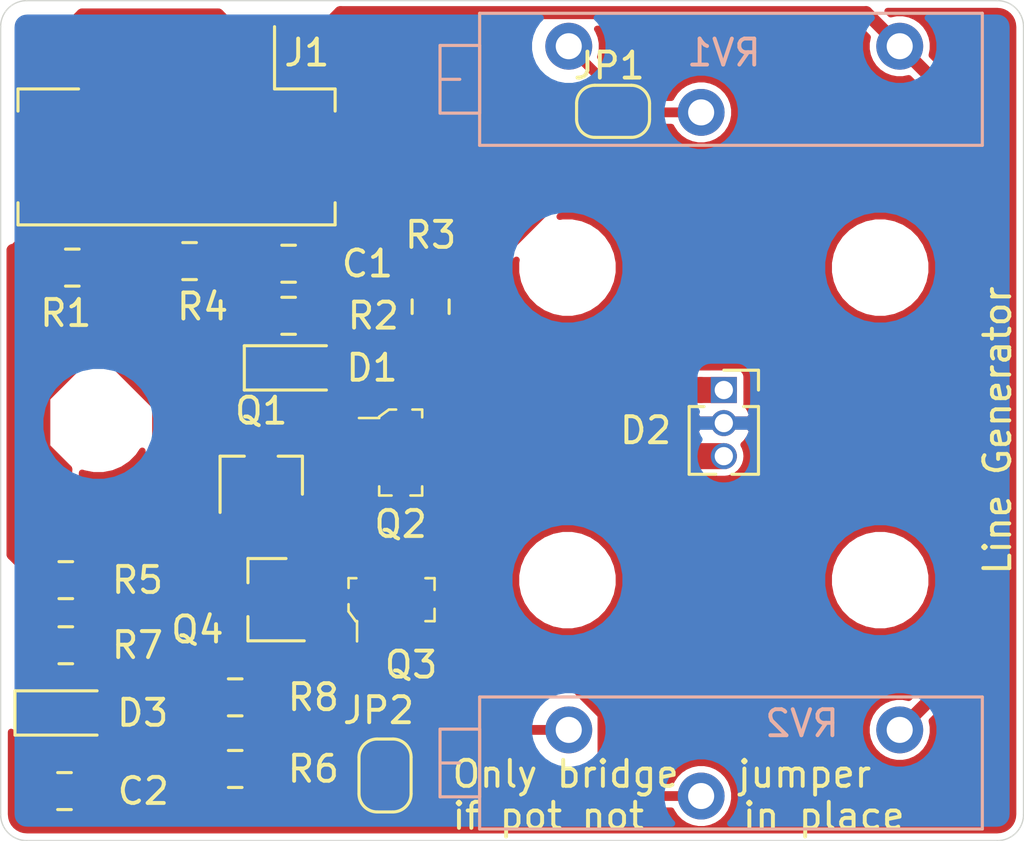
<source format=kicad_pcb>
(kicad_pcb (version 20171130) (host pcbnew "(5.1.0)-1")

  (general
    (thickness 1.6)
    (drawings 16)
    (tracks 143)
    (zones 0)
    (modules 27)
    (nets 17)
  )

  (page A4)
  (layers
    (0 F.Cu signal hide)
    (31 B.Cu signal)
    (32 B.Adhes user hide)
    (33 F.Adhes user hide)
    (34 B.Paste user hide)
    (35 F.Paste user)
    (36 B.SilkS user)
    (37 F.SilkS user)
    (38 B.Mask user hide)
    (39 F.Mask user hide)
    (40 Dwgs.User user)
    (41 Cmts.User user)
    (42 Eco1.User user hide)
    (43 Eco2.User user hide)
    (44 Edge.Cuts user)
    (45 Margin user)
    (46 B.CrtYd user hide)
    (47 F.CrtYd user)
    (48 B.Fab user hide)
    (49 F.Fab user hide)
  )

  (setup
    (last_trace_width 0.5)
    (user_trace_width 0.375)
    (user_trace_width 0.5)
    (user_trace_width 1)
    (user_trace_width 1.5)
    (trace_clearance 0.2)
    (zone_clearance 0.508)
    (zone_45_only no)
    (trace_min 0.2)
    (via_size 0.8)
    (via_drill 0.4)
    (via_min_size 0.4)
    (via_min_drill 0.3)
    (uvia_size 0.3)
    (uvia_drill 0.1)
    (uvias_allowed no)
    (uvia_min_size 0.2)
    (uvia_min_drill 0.1)
    (edge_width 0.05)
    (segment_width 0.2)
    (pcb_text_width 0.3)
    (pcb_text_size 1.5 1.5)
    (mod_edge_width 0.12)
    (mod_text_size 1 1)
    (mod_text_width 0.15)
    (pad_size 5 9)
    (pad_drill 2.7)
    (pad_to_mask_clearance 0.051)
    (solder_mask_min_width 0.25)
    (aux_axis_origin 0 0)
    (visible_elements 7FFFEFFF)
    (pcbplotparams
      (layerselection 0x010f8_ffffffff)
      (usegerberextensions false)
      (usegerberattributes false)
      (usegerberadvancedattributes false)
      (creategerberjobfile false)
      (excludeedgelayer true)
      (linewidth 0.100000)
      (plotframeref false)
      (viasonmask false)
      (mode 1)
      (useauxorigin false)
      (hpglpennumber 1)
      (hpglpenspeed 20)
      (hpglpendiameter 15.000000)
      (psnegative false)
      (psa4output false)
      (plotreference true)
      (plotvalue true)
      (plotinvisibletext false)
      (padsonsilk false)
      (subtractmaskfromsilk false)
      (outputformat 1)
      (mirror false)
      (drillshape 0)
      (scaleselection 1)
      (outputdirectory "./"))
  )

  (net 0 "")
  (net 1 +12V)
  (net 2 "Net-(D2-Pad1)")
  (net 3 GND)
  (net 4 "Net-(D2-Pad3)")
  (net 5 Laser1)
  (net 6 Laser2)
  (net 7 "Net-(Q1-Pad1)")
  (net 8 "Net-(Q1-Pad3)")
  (net 9 "Net-(Q2-Pad2)")
  (net 10 "Net-(Q3-Pad2)")
  (net 11 "Net-(Q4-Pad3)")
  (net 12 "Net-(Q4-Pad1)")
  (net 13 "Net-(C1-Pad1)")
  (net 14 "Net-(C2-Pad1)")
  (net 15 "Net-(D1-Pad2)")
  (net 16 "Net-(D3-Pad2)")

  (net_class Default "This is the default net class."
    (clearance 0.2)
    (trace_width 0.25)
    (via_dia 0.8)
    (via_drill 0.4)
    (uvia_dia 0.3)
    (uvia_drill 0.1)
    (add_net +12V)
    (add_net GND)
    (add_net Laser1)
    (add_net Laser2)
    (add_net "Net-(C1-Pad1)")
    (add_net "Net-(C2-Pad1)")
    (add_net "Net-(D1-Pad2)")
    (add_net "Net-(D2-Pad1)")
    (add_net "Net-(D2-Pad3)")
    (add_net "Net-(D3-Pad2)")
    (add_net "Net-(Q1-Pad1)")
    (add_net "Net-(Q1-Pad3)")
    (add_net "Net-(Q2-Pad2)")
    (add_net "Net-(Q3-Pad2)")
    (add_net "Net-(Q4-Pad1)")
    (add_net "Net-(Q4-Pad3)")
  )

  (module MountingHole:MountingHole_3.2mm_M3_ISO7380 (layer F.Cu) (tedit 56D1B4CB) (tstamp 5E692D07)
    (at 206 85)
    (descr "Mounting Hole 3.2mm, no annular, M3, ISO7380")
    (tags "mounting hole 3.2mm no annular m3 iso7380")
    (attr virtual)
    (fp_text reference Mount5 (at 0 -3.85) (layer F.SilkS) hide
      (effects (font (size 1 1) (thickness 0.15)))
    )
    (fp_text value MountingHole_3.2mm_M3_ISO7380 (at 0 3.85) (layer F.Fab)
      (effects (font (size 1 1) (thickness 0.15)))
    )
    (fp_text user %R (at 0.3 0) (layer F.Fab)
      (effects (font (size 1 1) (thickness 0.15)))
    )
    (fp_circle (center 0 0) (end 2.85 0) (layer Cmts.User) (width 0.15))
    (fp_circle (center 0 0) (end 3.1 0) (layer F.CrtYd) (width 0.05))
    (pad 1 np_thru_hole circle (at 0 0) (size 3.2 3.2) (drill 3.2) (layers *.Cu *.Mask))
  )

  (module Connector_JST:JST_PH_B4B-PH-SM4-TB_1x04-1MP_P2.00mm_Vertical (layer F.Cu) (tedit 5B78AD87) (tstamp 5E5424FD)
    (at 209 73 180)
    (descr "JST PH series connector, B4B-PH-SM4-TB (http://www.jst-mfg.com/product/pdf/eng/ePH.pdf), generated with kicad-footprint-generator")
    (tags "connector JST PH side entry")
    (path /5E454797)
    (attr smd)
    (fp_text reference J1 (at -5 2.25 180) (layer F.SilkS)
      (effects (font (size 1 1) (thickness 0.15)))
    )
    (fp_text value Conn_01x04 (at 0 4.45 180) (layer F.Fab)
      (effects (font (size 1 1) (thickness 0.15)))
    )
    (fp_line (start -5.975 0.75) (end 5.975 0.75) (layer F.Fab) (width 0.1))
    (fp_line (start -6.085 0.01) (end -6.085 0.86) (layer F.SilkS) (width 0.12))
    (fp_line (start -6.085 0.86) (end -3.76 0.86) (layer F.SilkS) (width 0.12))
    (fp_line (start -3.76 0.86) (end -3.76 3.25) (layer F.SilkS) (width 0.12))
    (fp_line (start 6.085 0.01) (end 6.085 0.86) (layer F.SilkS) (width 0.12))
    (fp_line (start 6.085 0.86) (end 3.76 0.86) (layer F.SilkS) (width 0.12))
    (fp_line (start -6.085 -3.51) (end -6.085 -4.36) (layer F.SilkS) (width 0.12))
    (fp_line (start -6.085 -4.36) (end 6.085 -4.36) (layer F.SilkS) (width 0.12))
    (fp_line (start 6.085 -4.36) (end 6.085 -3.51) (layer F.SilkS) (width 0.12))
    (fp_line (start -5.975 -4.25) (end 5.975 -4.25) (layer F.Fab) (width 0.1))
    (fp_line (start -5.975 0.75) (end -5.975 -4.25) (layer F.Fab) (width 0.1))
    (fp_line (start 5.975 0.75) (end 5.975 -4.25) (layer F.Fab) (width 0.1))
    (fp_line (start -3.25 -2.75) (end -3.25 -2.25) (layer F.Fab) (width 0.1))
    (fp_line (start -3.25 -2.25) (end -2.75 -2.25) (layer F.Fab) (width 0.1))
    (fp_line (start -2.75 -2.25) (end -2.75 -2.75) (layer F.Fab) (width 0.1))
    (fp_line (start -2.75 -2.75) (end -3.25 -2.75) (layer F.Fab) (width 0.1))
    (fp_line (start -1.25 -2.75) (end -1.25 -2.25) (layer F.Fab) (width 0.1))
    (fp_line (start -1.25 -2.25) (end -0.75 -2.25) (layer F.Fab) (width 0.1))
    (fp_line (start -0.75 -2.25) (end -0.75 -2.75) (layer F.Fab) (width 0.1))
    (fp_line (start -0.75 -2.75) (end -1.25 -2.75) (layer F.Fab) (width 0.1))
    (fp_line (start 0.75 -2.75) (end 0.75 -2.25) (layer F.Fab) (width 0.1))
    (fp_line (start 0.75 -2.25) (end 1.25 -2.25) (layer F.Fab) (width 0.1))
    (fp_line (start 1.25 -2.25) (end 1.25 -2.75) (layer F.Fab) (width 0.1))
    (fp_line (start 1.25 -2.75) (end 0.75 -2.75) (layer F.Fab) (width 0.1))
    (fp_line (start 2.75 -2.75) (end 2.75 -2.25) (layer F.Fab) (width 0.1))
    (fp_line (start 2.75 -2.25) (end 3.25 -2.25) (layer F.Fab) (width 0.1))
    (fp_line (start 3.25 -2.25) (end 3.25 -2.75) (layer F.Fab) (width 0.1))
    (fp_line (start 3.25 -2.75) (end 2.75 -2.75) (layer F.Fab) (width 0.1))
    (fp_line (start -6.7 -4.75) (end -6.7 3.75) (layer F.CrtYd) (width 0.05))
    (fp_line (start -6.7 3.75) (end 6.7 3.75) (layer F.CrtYd) (width 0.05))
    (fp_line (start 6.7 3.75) (end 6.7 -4.75) (layer F.CrtYd) (width 0.05))
    (fp_line (start 6.7 -4.75) (end -6.7 -4.75) (layer F.CrtYd) (width 0.05))
    (fp_line (start -3.5 0.75) (end -3 0.042893) (layer F.Fab) (width 0.1))
    (fp_line (start -3 0.042893) (end -2.5 0.75) (layer F.Fab) (width 0.1))
    (fp_text user %R (at 0 -1 180) (layer F.Fab)
      (effects (font (size 1 1) (thickness 0.15)))
    )
    (pad 1 smd roundrect (at -3 0.5 180) (size 1 5.5) (layers F.Cu F.Paste F.Mask) (roundrect_rratio 0.25)
      (net 1 +12V))
    (pad 2 smd roundrect (at -1 0.5 180) (size 1 5.5) (layers F.Cu F.Paste F.Mask) (roundrect_rratio 0.25)
      (net 3 GND))
    (pad 3 smd roundrect (at 1 0.5 180) (size 1 5.5) (layers F.Cu F.Paste F.Mask) (roundrect_rratio 0.25)
      (net 5 Laser1))
    (pad 4 smd roundrect (at 3 0.5 180) (size 1 5.5) (layers F.Cu F.Paste F.Mask) (roundrect_rratio 0.25)
      (net 6 Laser2))
    (pad MP smd roundrect (at -5.4 -1.75 180) (size 1.6 3) (layers F.Cu F.Paste F.Mask) (roundrect_rratio 0.15625))
    (pad MP smd roundrect (at 5.4 -1.75 180) (size 1.6 3) (layers F.Cu F.Paste F.Mask) (roundrect_rratio 0.15625))
    (model ${KISYS3DMOD}/Connector_JST.3dshapes/JST_PH_B4B-PH-SM4-TB_1x04-1MP_P2.00mm_Vertical.wrl
      (at (xyz 0 0 0))
      (scale (xyz 1 1 1))
      (rotate (xyz 0 0 0))
    )
  )

  (module MountingHole:MountingHole_3.2mm_M3_ISO7380 (layer F.Cu) (tedit 56D1B4CB) (tstamp 5E555521)
    (at 224 79)
    (descr "Mounting Hole 3.2mm, no annular, M3, ISO7380")
    (tags "mounting hole 3.2mm no annular m3 iso7380")
    (attr virtual)
    (fp_text reference Mount1 (at 0 -3.85) (layer F.SilkS) hide
      (effects (font (size 1 1) (thickness 0.15)))
    )
    (fp_text value MountingHole_3.2mm_M3_ISO7380 (at 0 3.85) (layer F.Fab)
      (effects (font (size 1 1) (thickness 0.15)))
    )
    (fp_text user %R (at 0.3 0) (layer F.Fab)
      (effects (font (size 1 1) (thickness 0.15)))
    )
    (fp_circle (center 0 0) (end 2.85 0) (layer Cmts.User) (width 0.15))
    (fp_circle (center 0 0) (end 3.1 0) (layer F.CrtYd) (width 0.05))
    (pad 1 np_thru_hole circle (at 0 0) (size 3.2 3.2) (drill 3.2) (layers *.Cu *.Mask))
  )

  (module MountingHole:MountingHole_3.2mm_M3_ISO7380 (layer F.Cu) (tedit 56D1B4CB) (tstamp 5E555521)
    (at 236 79)
    (descr "Mounting Hole 3.2mm, no annular, M3, ISO7380")
    (tags "mounting hole 3.2mm no annular m3 iso7380")
    (attr virtual)
    (fp_text reference Mount2 (at 0 -3.85) (layer F.SilkS) hide
      (effects (font (size 1 1) (thickness 0.15)))
    )
    (fp_text value MountingHole_3.2mm_M3_ISO7380 (at 0 3.85) (layer F.Fab)
      (effects (font (size 1 1) (thickness 0.15)))
    )
    (fp_text user %R (at 0.3 0) (layer F.Fab)
      (effects (font (size 1 1) (thickness 0.15)))
    )
    (fp_circle (center 0 0) (end 2.85 0) (layer Cmts.User) (width 0.15))
    (fp_circle (center 0 0) (end 3.1 0) (layer F.CrtYd) (width 0.05))
    (pad 1 np_thru_hole circle (at 0 0) (size 3.2 3.2) (drill 3.2) (layers *.Cu *.Mask))
  )

  (module MountingHole:MountingHole_3.2mm_M3_ISO7380 (layer F.Cu) (tedit 56D1B4CB) (tstamp 5E555521)
    (at 236 91)
    (descr "Mounting Hole 3.2mm, no annular, M3, ISO7380")
    (tags "mounting hole 3.2mm no annular m3 iso7380")
    (attr virtual)
    (fp_text reference Mount4 (at 0 -3.85) (layer F.SilkS) hide
      (effects (font (size 1 1) (thickness 0.15)))
    )
    (fp_text value MountingHole_3.2mm_M3_ISO7380 (at 0 3.85) (layer F.Fab)
      (effects (font (size 1 1) (thickness 0.15)))
    )
    (fp_text user %R (at 0.3 0) (layer F.Fab)
      (effects (font (size 1 1) (thickness 0.15)))
    )
    (fp_circle (center 0 0) (end 2.85 0) (layer Cmts.User) (width 0.15))
    (fp_circle (center 0 0) (end 3.1 0) (layer F.CrtYd) (width 0.05))
    (pad 1 np_thru_hole circle (at 0 0) (size 3.2 3.2) (drill 3.2) (layers *.Cu *.Mask))
  )

  (module MountingHole:MountingHole_3.2mm_M3_ISO7380 (layer F.Cu) (tedit 56D1B4CB) (tstamp 5E55551F)
    (at 224 91)
    (descr "Mounting Hole 3.2mm, no annular, M3, ISO7380")
    (tags "mounting hole 3.2mm no annular m3 iso7380")
    (attr virtual)
    (fp_text reference Mount3 (at 0 -3.85) (layer F.SilkS) hide
      (effects (font (size 1 1) (thickness 0.15)))
    )
    (fp_text value MountingHole_3.2mm_M3_ISO7380 (at 0 3.85) (layer F.Fab)
      (effects (font (size 1 1) (thickness 0.15)))
    )
    (fp_circle (center 0 0) (end 3.1 0) (layer F.CrtYd) (width 0.05))
    (fp_circle (center 0 0) (end 2.85 0) (layer Cmts.User) (width 0.15))
    (fp_text user %R (at 0.3 0) (layer F.Fab)
      (effects (font (size 1 1) (thickness 0.15)))
    )
    (pad 1 np_thru_hole circle (at 0 0) (size 3.2 3.2) (drill 3.2) (layers *.Cu *.Mask))
  )

  (module Diode_SMD:D_SOD-323_HandSoldering (layer F.Cu) (tedit 58641869) (tstamp 5E693898)
    (at 213.5 82.85)
    (descr SOD-323)
    (tags SOD-323)
    (path /5E540F29)
    (attr smd)
    (fp_text reference D1 (at 3 0 -180) (layer F.SilkS)
      (effects (font (size 1 1) (thickness 0.15)))
    )
    (fp_text value "D_Schottky 7V" (at 0.1 1.9) (layer F.Fab)
      (effects (font (size 1 1) (thickness 0.15)))
    )
    (fp_text user %R (at 0 -1.85) (layer F.Fab)
      (effects (font (size 1 1) (thickness 0.15)))
    )
    (fp_line (start -1.9 -0.85) (end -1.9 0.85) (layer F.SilkS) (width 0.12))
    (fp_line (start 0.2 0) (end 0.45 0) (layer F.Fab) (width 0.1))
    (fp_line (start 0.2 0.35) (end -0.3 0) (layer F.Fab) (width 0.1))
    (fp_line (start 0.2 -0.35) (end 0.2 0.35) (layer F.Fab) (width 0.1))
    (fp_line (start -0.3 0) (end 0.2 -0.35) (layer F.Fab) (width 0.1))
    (fp_line (start -0.3 0) (end -0.5 0) (layer F.Fab) (width 0.1))
    (fp_line (start -0.3 -0.35) (end -0.3 0.35) (layer F.Fab) (width 0.1))
    (fp_line (start -0.9 0.7) (end -0.9 -0.7) (layer F.Fab) (width 0.1))
    (fp_line (start 0.9 0.7) (end -0.9 0.7) (layer F.Fab) (width 0.1))
    (fp_line (start 0.9 -0.7) (end 0.9 0.7) (layer F.Fab) (width 0.1))
    (fp_line (start -0.9 -0.7) (end 0.9 -0.7) (layer F.Fab) (width 0.1))
    (fp_line (start -2 -0.95) (end 2 -0.95) (layer F.CrtYd) (width 0.05))
    (fp_line (start 2 -0.95) (end 2 0.95) (layer F.CrtYd) (width 0.05))
    (fp_line (start -2 0.95) (end 2 0.95) (layer F.CrtYd) (width 0.05))
    (fp_line (start -2 -0.95) (end -2 0.95) (layer F.CrtYd) (width 0.05))
    (fp_line (start -1.9 0.85) (end 1.25 0.85) (layer F.SilkS) (width 0.12))
    (fp_line (start -1.9 -0.85) (end 1.25 -0.85) (layer F.SilkS) (width 0.12))
    (pad 1 smd rect (at -1.25 0) (size 1 1) (layers F.Cu F.Paste F.Mask)
      (net 1 +12V))
    (pad 2 smd rect (at 1.25 0) (size 1 1) (layers F.Cu F.Paste F.Mask)
      (net 15 "Net-(D1-Pad2)"))
    (model ${KISYS3DMOD}/Diode_SMD.3dshapes/D_SOD-323.wrl
      (at (xyz 0 0 0))
      (scale (xyz 1 1 1))
      (rotate (xyz 0 0 0))
    )
  )

  (module Connector_PinSocket_1.27mm:PinSocket_1x03_P1.27mm_Vertical (layer F.Cu) (tedit 5A19A41D) (tstamp 5E5424B8)
    (at 230 83.7)
    (descr "Through hole straight socket strip, 1x03, 1.27mm pitch, single row (from Kicad 4.0.7), script generated")
    (tags "Through hole socket strip THT 1x03 1.27mm single row")
    (path /5E55C00C)
    (fp_text reference D2 (at -3 1.55) (layer F.SilkS)
      (effects (font (size 1 1) (thickness 0.15)))
    )
    (fp_text value LED_Dual_ACA (at 0 4.675) (layer F.Fab)
      (effects (font (size 1 1) (thickness 0.15)))
    )
    (fp_line (start -1.27 -0.635) (end 0.635 -0.635) (layer F.Fab) (width 0.1))
    (fp_line (start 0.635 -0.635) (end 1.27 0) (layer F.Fab) (width 0.1))
    (fp_line (start 1.27 0) (end 1.27 3.175) (layer F.Fab) (width 0.1))
    (fp_line (start 1.27 3.175) (end -1.27 3.175) (layer F.Fab) (width 0.1))
    (fp_line (start -1.27 3.175) (end -1.27 -0.635) (layer F.Fab) (width 0.1))
    (fp_line (start -1.33 0.635) (end -0.76 0.635) (layer F.SilkS) (width 0.12))
    (fp_line (start 0.76 0.635) (end 1.33 0.635) (layer F.SilkS) (width 0.12))
    (fp_line (start -1.33 0.635) (end -1.33 3.235) (layer F.SilkS) (width 0.12))
    (fp_line (start -1.33 3.235) (end -0.30753 3.235) (layer F.SilkS) (width 0.12))
    (fp_line (start 0.30753 3.235) (end 1.33 3.235) (layer F.SilkS) (width 0.12))
    (fp_line (start 1.33 0.635) (end 1.33 3.235) (layer F.SilkS) (width 0.12))
    (fp_line (start 1.33 -0.76) (end 1.33 0) (layer F.SilkS) (width 0.12))
    (fp_line (start 0 -0.76) (end 1.33 -0.76) (layer F.SilkS) (width 0.12))
    (fp_line (start -1.8 -1.15) (end 1.75 -1.15) (layer F.CrtYd) (width 0.05))
    (fp_line (start 1.75 -1.15) (end 1.75 3.7) (layer F.CrtYd) (width 0.05))
    (fp_line (start 1.75 3.7) (end -1.8 3.7) (layer F.CrtYd) (width 0.05))
    (fp_line (start -1.8 3.7) (end -1.8 -1.15) (layer F.CrtYd) (width 0.05))
    (fp_text user %R (at 0 1.27 90) (layer F.Fab)
      (effects (font (size 1 1) (thickness 0.15)))
    )
    (pad 1 thru_hole rect (at 0 0) (size 1 1) (drill 0.7) (layers *.Cu *.Mask)
      (net 2 "Net-(D2-Pad1)"))
    (pad 2 thru_hole oval (at 0 1.27) (size 1 1) (drill 0.7) (layers *.Cu *.Mask)
      (net 3 GND))
    (pad 3 thru_hole oval (at 0 2.54) (size 1 1) (drill 0.7) (layers *.Cu *.Mask)
      (net 4 "Net-(D2-Pad3)"))
    (model ${KISYS3DMOD}/Connector_PinSocket_1.27mm.3dshapes/PinSocket_1x03_P1.27mm_Vertical.wrl
      (at (xyz 0 0 0))
      (scale (xyz 1 1 1))
      (rotate (xyz 0 0 0))
    )
  )

  (module Package_TO_SOT_SMD:SOT-23 (layer F.Cu) (tedit 5A02FF57) (tstamp 5E5A4C78)
    (at 212.25 87 90)
    (descr "SOT-23, Standard")
    (tags SOT-23)
    (path /5E5613DE)
    (attr smd)
    (fp_text reference Q1 (at 2.5 0) (layer F.SilkS)
      (effects (font (size 1 1) (thickness 0.15)))
    )
    (fp_text value BS170F (at 0 2.5 90) (layer F.Fab)
      (effects (font (size 1 1) (thickness 0.15)))
    )
    (fp_text user %R (at 0 0 180) (layer F.Fab)
      (effects (font (size 0.5 0.5) (thickness 0.075)))
    )
    (fp_line (start -0.7 -0.95) (end -0.7 1.5) (layer F.Fab) (width 0.1))
    (fp_line (start -0.15 -1.52) (end 0.7 -1.52) (layer F.Fab) (width 0.1))
    (fp_line (start -0.7 -0.95) (end -0.15 -1.52) (layer F.Fab) (width 0.1))
    (fp_line (start 0.7 -1.52) (end 0.7 1.52) (layer F.Fab) (width 0.1))
    (fp_line (start -0.7 1.52) (end 0.7 1.52) (layer F.Fab) (width 0.1))
    (fp_line (start 0.76 1.58) (end 0.76 0.65) (layer F.SilkS) (width 0.12))
    (fp_line (start 0.76 -1.58) (end 0.76 -0.65) (layer F.SilkS) (width 0.12))
    (fp_line (start -1.7 -1.75) (end 1.7 -1.75) (layer F.CrtYd) (width 0.05))
    (fp_line (start 1.7 -1.75) (end 1.7 1.75) (layer F.CrtYd) (width 0.05))
    (fp_line (start 1.7 1.75) (end -1.7 1.75) (layer F.CrtYd) (width 0.05))
    (fp_line (start -1.7 1.75) (end -1.7 -1.75) (layer F.CrtYd) (width 0.05))
    (fp_line (start 0.76 -1.58) (end -1.4 -1.58) (layer F.SilkS) (width 0.12))
    (fp_line (start 0.76 1.58) (end -0.7 1.58) (layer F.SilkS) (width 0.12))
    (pad 1 smd rect (at -1 -0.95 90) (size 0.9 0.8) (layers F.Cu F.Paste F.Mask)
      (net 7 "Net-(Q1-Pad1)"))
    (pad 2 smd rect (at -1 0.95 90) (size 0.9 0.8) (layers F.Cu F.Paste F.Mask)
      (net 3 GND))
    (pad 3 smd rect (at 1 0 90) (size 0.9 0.8) (layers F.Cu F.Paste F.Mask)
      (net 8 "Net-(Q1-Pad3)"))
    (model ${KISYS3DMOD}/Package_TO_SOT_SMD.3dshapes/SOT-23.wrl
      (at (xyz 0 0 0))
      (scale (xyz 1 1 1))
      (rotate (xyz 0 0 0))
    )
  )

  (module Resistor_SMD:R_0805_2012Metric_Pad1.15x1.40mm_HandSolder (layer F.Cu) (tedit 5B36C52B) (tstamp 5E62B8CB)
    (at 205 79 180)
    (descr "Resistor SMD 0805 (2012 Metric), square (rectangular) end terminal, IPC_7351 nominal with elongated pad for handsoldering. (Body size source: https://docs.google.com/spreadsheets/d/1BsfQQcO9C6DZCsRaXUlFlo91Tg2WpOkGARC1WS5S8t0/edit?usp=sharing), generated with kicad-footprint-generator")
    (tags "resistor handsolder")
    (path /5E54EB98)
    (attr smd)
    (fp_text reference R1 (at 0.25 -1.75) (layer F.SilkS)
      (effects (font (size 1 1) (thickness 0.15)))
    )
    (fp_text value 10K (at 0 1.65 180) (layer F.Fab)
      (effects (font (size 1 1) (thickness 0.15)))
    )
    (fp_line (start -1 0.6) (end -1 -0.6) (layer F.Fab) (width 0.1))
    (fp_line (start -1 -0.6) (end 1 -0.6) (layer F.Fab) (width 0.1))
    (fp_line (start 1 -0.6) (end 1 0.6) (layer F.Fab) (width 0.1))
    (fp_line (start 1 0.6) (end -1 0.6) (layer F.Fab) (width 0.1))
    (fp_line (start -0.261252 -0.71) (end 0.261252 -0.71) (layer F.SilkS) (width 0.12))
    (fp_line (start -0.261252 0.71) (end 0.261252 0.71) (layer F.SilkS) (width 0.12))
    (fp_line (start -1.85 0.95) (end -1.85 -0.95) (layer F.CrtYd) (width 0.05))
    (fp_line (start -1.85 -0.95) (end 1.85 -0.95) (layer F.CrtYd) (width 0.05))
    (fp_line (start 1.85 -0.95) (end 1.85 0.95) (layer F.CrtYd) (width 0.05))
    (fp_line (start 1.85 0.95) (end -1.85 0.95) (layer F.CrtYd) (width 0.05))
    (fp_text user %R (at 0 0 180) (layer F.Fab)
      (effects (font (size 0.5 0.5) (thickness 0.08)))
    )
    (pad 1 smd roundrect (at -1.025 0 180) (size 1.15 1.4) (layers F.Cu F.Paste F.Mask) (roundrect_rratio 0.217391)
      (net 7 "Net-(Q1-Pad1)"))
    (pad 2 smd roundrect (at 1.025 0 180) (size 1.15 1.4) (layers F.Cu F.Paste F.Mask) (roundrect_rratio 0.217391)
      (net 6 Laser2))
    (model ${KISYS3DMOD}/Resistor_SMD.3dshapes/R_0805_2012Metric.wrl
      (at (xyz 0 0 0))
      (scale (xyz 1 1 1))
      (rotate (xyz 0 0 0))
    )
  )

  (module Resistor_SMD:R_0805_2012Metric_Pad1.15x1.40mm_HandSolder (layer F.Cu) (tedit 5B36C52B) (tstamp 5E62AEA2)
    (at 209.5 78.75)
    (descr "Resistor SMD 0805 (2012 Metric), square (rectangular) end terminal, IPC_7351 nominal with elongated pad for handsoldering. (Body size source: https://docs.google.com/spreadsheets/d/1BsfQQcO9C6DZCsRaXUlFlo91Tg2WpOkGARC1WS5S8t0/edit?usp=sharing), generated with kicad-footprint-generator")
    (tags "resistor handsolder")
    (path /5E54F1FD)
    (attr smd)
    (fp_text reference R4 (at 0.5 1.75) (layer F.SilkS)
      (effects (font (size 1 1) (thickness 0.15)))
    )
    (fp_text value 68R (at 0 1.65) (layer F.Fab)
      (effects (font (size 1 1) (thickness 0.15)))
    )
    (fp_text user %R (at 0 0) (layer F.Fab)
      (effects (font (size 0.5 0.5) (thickness 0.08)))
    )
    (fp_line (start 1.85 0.95) (end -1.85 0.95) (layer F.CrtYd) (width 0.05))
    (fp_line (start 1.85 -0.95) (end 1.85 0.95) (layer F.CrtYd) (width 0.05))
    (fp_line (start -1.85 -0.95) (end 1.85 -0.95) (layer F.CrtYd) (width 0.05))
    (fp_line (start -1.85 0.95) (end -1.85 -0.95) (layer F.CrtYd) (width 0.05))
    (fp_line (start -0.261252 0.71) (end 0.261252 0.71) (layer F.SilkS) (width 0.12))
    (fp_line (start -0.261252 -0.71) (end 0.261252 -0.71) (layer F.SilkS) (width 0.12))
    (fp_line (start 1 0.6) (end -1 0.6) (layer F.Fab) (width 0.1))
    (fp_line (start 1 -0.6) (end 1 0.6) (layer F.Fab) (width 0.1))
    (fp_line (start -1 -0.6) (end 1 -0.6) (layer F.Fab) (width 0.1))
    (fp_line (start -1 0.6) (end -1 -0.6) (layer F.Fab) (width 0.1))
    (pad 2 smd roundrect (at 1.025 0) (size 1.15 1.4) (layers F.Cu F.Paste F.Mask) (roundrect_rratio 0.217391)
      (net 1 +12V))
    (pad 1 smd roundrect (at -1.025 0) (size 1.15 1.4) (layers F.Cu F.Paste F.Mask) (roundrect_rratio 0.217391)
      (net 9 "Net-(Q2-Pad2)"))
    (model ${KISYS3DMOD}/Resistor_SMD.3dshapes/R_0805_2012Metric.wrl
      (at (xyz 0 0 0))
      (scale (xyz 1 1 1))
      (rotate (xyz 0 0 0))
    )
  )

  (module Capacitor_SMD:C_0805_2012Metric_Pad1.15x1.40mm_HandSolder (layer F.Cu) (tedit 5B36C52B) (tstamp 5E693861)
    (at 213.3 78.85 180)
    (descr "Capacitor SMD 0805 (2012 Metric), square (rectangular) end terminal, IPC_7351 nominal with elongated pad for handsoldering. (Body size source: https://docs.google.com/spreadsheets/d/1BsfQQcO9C6DZCsRaXUlFlo91Tg2WpOkGARC1WS5S8t0/edit?usp=sharing), generated with kicad-footprint-generator")
    (tags "capacitor handsolder")
    (path /5E5844FF)
    (attr smd)
    (fp_text reference C1 (at -3.025 0 180) (layer F.SilkS)
      (effects (font (size 1 1) (thickness 0.15)))
    )
    (fp_text value 0.1uF (at 0 1.65 180) (layer F.Fab)
      (effects (font (size 1 1) (thickness 0.15)))
    )
    (fp_line (start -1 0.6) (end -1 -0.6) (layer F.Fab) (width 0.1))
    (fp_line (start -1 -0.6) (end 1 -0.6) (layer F.Fab) (width 0.1))
    (fp_line (start 1 -0.6) (end 1 0.6) (layer F.Fab) (width 0.1))
    (fp_line (start 1 0.6) (end -1 0.6) (layer F.Fab) (width 0.1))
    (fp_line (start -0.261252 -0.71) (end 0.261252 -0.71) (layer F.SilkS) (width 0.12))
    (fp_line (start -0.261252 0.71) (end 0.261252 0.71) (layer F.SilkS) (width 0.12))
    (fp_line (start -1.85 0.95) (end -1.85 -0.95) (layer F.CrtYd) (width 0.05))
    (fp_line (start -1.85 -0.95) (end 1.85 -0.95) (layer F.CrtYd) (width 0.05))
    (fp_line (start 1.85 -0.95) (end 1.85 0.95) (layer F.CrtYd) (width 0.05))
    (fp_line (start 1.85 0.95) (end -1.85 0.95) (layer F.CrtYd) (width 0.05))
    (fp_text user %R (at 0 0 180) (layer F.Fab)
      (effects (font (size 0.5 0.5) (thickness 0.08)))
    )
    (pad 1 smd roundrect (at -1.025 0 180) (size 1.15 1.4) (layers F.Cu F.Paste F.Mask) (roundrect_rratio 0.217391)
      (net 13 "Net-(C1-Pad1)"))
    (pad 2 smd roundrect (at 1.025 0 180) (size 1.15 1.4) (layers F.Cu F.Paste F.Mask) (roundrect_rratio 0.217391)
      (net 1 +12V))
    (model ${KISYS3DMOD}/Capacitor_SMD.3dshapes/C_0805_2012Metric.wrl
      (at (xyz 0 0 0))
      (scale (xyz 1 1 1))
      (rotate (xyz 0 0 0))
    )
  )

  (module Jumper:SolderJumper-2_P1.3mm_Open_RoundedPad1.0x1.5mm (layer F.Cu) (tedit 5B391E66) (tstamp 5E59A44B)
    (at 225.75 73)
    (descr "SMD Solder Jumper, 1x1.5mm, rounded Pads, 0.3mm gap, open")
    (tags "solder jumper open")
    (path /5E556D51)
    (attr virtual)
    (fp_text reference JP1 (at -0.15 -1.75 180) (layer F.SilkS)
      (effects (font (size 1 1) (thickness 0.15)))
    )
    (fp_text value SolderJumper_2_Open (at 0 1.9) (layer F.Fab)
      (effects (font (size 1 1) (thickness 0.15)))
    )
    (fp_line (start 1.65 1.25) (end -1.65 1.25) (layer F.CrtYd) (width 0.05))
    (fp_line (start 1.65 1.25) (end 1.65 -1.25) (layer F.CrtYd) (width 0.05))
    (fp_line (start -1.65 -1.25) (end -1.65 1.25) (layer F.CrtYd) (width 0.05))
    (fp_line (start -1.65 -1.25) (end 1.65 -1.25) (layer F.CrtYd) (width 0.05))
    (fp_line (start -0.7 -1) (end 0.7 -1) (layer F.SilkS) (width 0.12))
    (fp_line (start 1.4 -0.3) (end 1.4 0.3) (layer F.SilkS) (width 0.12))
    (fp_line (start 0.7 1) (end -0.7 1) (layer F.SilkS) (width 0.12))
    (fp_line (start -1.4 0.3) (end -1.4 -0.3) (layer F.SilkS) (width 0.12))
    (fp_arc (start -0.7 -0.3) (end -0.7 -1) (angle -90) (layer F.SilkS) (width 0.12))
    (fp_arc (start -0.7 0.3) (end -1.4 0.3) (angle -90) (layer F.SilkS) (width 0.12))
    (fp_arc (start 0.7 0.3) (end 0.7 1) (angle -90) (layer F.SilkS) (width 0.12))
    (fp_arc (start 0.7 -0.3) (end 1.4 -0.3) (angle -90) (layer F.SilkS) (width 0.12))
    (pad 2 smd custom (at 0.65 0) (size 1 0.5) (layers F.Cu F.Mask)
      (net 13 "Net-(C1-Pad1)") (zone_connect 2)
      (options (clearance outline) (anchor rect))
      (primitives
        (gr_circle (center 0 0.25) (end 0.5 0.25) (width 0))
        (gr_circle (center 0 -0.25) (end 0.5 -0.25) (width 0))
        (gr_poly (pts
           (xy 0 -0.75) (xy -0.5 -0.75) (xy -0.5 0.75) (xy 0 0.75)) (width 0))
      ))
    (pad 1 smd custom (at -0.65 0) (size 1 0.5) (layers F.Cu F.Mask)
      (net 15 "Net-(D1-Pad2)") (zone_connect 2)
      (options (clearance outline) (anchor rect))
      (primitives
        (gr_circle (center 0 0.25) (end 0.5 0.25) (width 0))
        (gr_circle (center 0 -0.25) (end 0.5 -0.25) (width 0))
        (gr_poly (pts
           (xy 0 -0.75) (xy 0.5 -0.75) (xy 0.5 0.75) (xy 0 0.75)) (width 0))
      ))
  )

  (module digikey-footprints:SOT-23-3 (layer F.Cu) (tedit 5D28A5E3) (tstamp 5E59A479)
    (at 217.6 86.1)
    (path /5E552935)
    (attr smd)
    (fp_text reference Q2 (at 0 2.75) (layer F.SilkS)
      (effects (font (size 1 1) (thickness 0.15)))
    )
    (fp_text value BCV46 (at 0.025 3.25) (layer F.Fab)
      (effects (font (size 1 1) (thickness 0.15)))
    )
    (fp_line (start 0.7 1.52) (end 0.7 -1.52) (layer F.Fab) (width 0.1))
    (fp_line (start -0.7 1.52) (end 0.7 1.52) (layer F.Fab) (width 0.1))
    (fp_text user %R (at -0.125 0.15) (layer F.Fab)
      (effects (font (size 0.25 0.25) (thickness 0.05)))
    )
    (fp_line (start 0.825 -1.65) (end 0.825 -1.35) (layer F.SilkS) (width 0.1))
    (fp_line (start 0.45 -1.65) (end 0.825 -1.65) (layer F.SilkS) (width 0.1))
    (fp_line (start 0.825 1.65) (end 0.375 1.65) (layer F.SilkS) (width 0.1))
    (fp_line (start 0.825 1.35) (end 0.825 1.65) (layer F.SilkS) (width 0.1))
    (fp_line (start 0.825 1.425) (end 0.825 1.3) (layer F.SilkS) (width 0.1))
    (fp_line (start -0.825 1.65) (end -0.825 1.3) (layer F.SilkS) (width 0.1))
    (fp_line (start -0.35 1.65) (end -0.825 1.65) (layer F.SilkS) (width 0.1))
    (fp_line (start -0.425 -1.525) (end -0.7 -1.325) (layer F.Fab) (width 0.1))
    (fp_line (start -0.425 -1.525) (end 0.7 -1.525) (layer F.Fab) (width 0.1))
    (fp_line (start -0.7 -1.325) (end -0.7 1.525) (layer F.Fab) (width 0.1))
    (fp_line (start -0.825 -1.325) (end -1.6 -1.325) (layer F.SilkS) (width 0.1))
    (fp_line (start -0.825 -1.375) (end -0.825 -1.325) (layer F.SilkS) (width 0.1))
    (fp_line (start -0.45 -1.65) (end -0.825 -1.375) (layer F.SilkS) (width 0.1))
    (fp_line (start -0.175 -1.65) (end -0.45 -1.65) (layer F.SilkS) (width 0.1))
    (fp_line (start 1.825 -1.95) (end 1.825 1.95) (layer F.CrtYd) (width 0.05))
    (fp_line (start 1.825 1.95) (end -1.825 1.95) (layer F.CrtYd) (width 0.05))
    (fp_line (start -1.825 -1.95) (end -1.825 1.95) (layer F.CrtYd) (width 0.05))
    (fp_line (start -1.825 -1.95) (end 1.825 -1.95) (layer F.CrtYd) (width 0.05))
    (pad 1 smd rect (at -1.05 -0.95) (size 1.3 0.6) (layers F.Cu F.Paste F.Mask)
      (net 13 "Net-(C1-Pad1)") (solder_mask_margin 0.07))
    (pad 2 smd rect (at -1.05 0.95) (size 1.3 0.6) (layers F.Cu F.Paste F.Mask)
      (net 9 "Net-(Q2-Pad2)") (solder_mask_margin 0.07))
    (pad 3 smd rect (at 1.05 0) (size 1.3 0.6) (layers F.Cu F.Paste F.Mask)
      (net 2 "Net-(D2-Pad1)") (solder_mask_margin 0.07))
  )

  (module Potentiometer_THT:Potentiometer_Bourns_3006P_Horizontal (layer B.Cu) (tedit 5A3D4994) (tstamp 5E59A4B3)
    (at 236.75 70.5)
    (descr "Potentiometer, horizontal, Bourns 3006P, https://www.bourns.com/docs/Product-Datasheets/3006.pdf")
    (tags "Potentiometer horizontal Bourns 3006P")
    (path /5E5819FB)
    (fp_text reference RV1 (at -6.75 0.25) (layer B.SilkS)
      (effects (font (size 1 1) (thickness 0.15)) (justify mirror))
    )
    (fp_text value 22K (at -7.235 -2.395) (layer B.Fab)
      (effects (font (size 1 1) (thickness 0.15)) (justify mirror))
    )
    (fp_text user %R (at -6.475 1.27) (layer B.Fab)
      (effects (font (size 1 1) (thickness 0.15)) (justify mirror))
    )
    (fp_line (start 3.35 3.95) (end -17.8 3.95) (layer B.CrtYd) (width 0.05))
    (fp_line (start 3.35 -1.4) (end 3.35 3.95) (layer B.CrtYd) (width 0.05))
    (fp_line (start -17.8 -1.4) (end 3.35 -1.4) (layer B.CrtYd) (width 0.05))
    (fp_line (start -17.8 3.95) (end -17.8 -1.4) (layer B.CrtYd) (width 0.05))
    (fp_line (start -17.64 1.27) (end -16.881 1.27) (layer B.SilkS) (width 0.12))
    (fp_line (start -16.121 2.569) (end -16.121 -0.03) (layer B.SilkS) (width 0.12))
    (fp_line (start -17.64 2.569) (end -17.64 -0.03) (layer B.SilkS) (width 0.12))
    (fp_line (start -17.64 -0.03) (end -16.121 -0.03) (layer B.SilkS) (width 0.12))
    (fp_line (start -17.64 2.569) (end -16.121 2.569) (layer B.SilkS) (width 0.12))
    (fp_line (start 3.17 3.805) (end 3.17 -1.265) (layer B.SilkS) (width 0.12))
    (fp_line (start -16.12 3.805) (end -16.12 -1.265) (layer B.SilkS) (width 0.12))
    (fp_line (start -16.12 -1.265) (end 3.17 -1.265) (layer B.SilkS) (width 0.12))
    (fp_line (start -16.12 3.805) (end 3.17 3.805) (layer B.SilkS) (width 0.12))
    (fp_line (start -17.52 1.27) (end -16.76 1.27) (layer B.Fab) (width 0.1))
    (fp_line (start -16 2.45) (end -17.52 2.45) (layer B.Fab) (width 0.1))
    (fp_line (start -16 0.09) (end -16 2.45) (layer B.Fab) (width 0.1))
    (fp_line (start -17.52 0.09) (end -16 0.09) (layer B.Fab) (width 0.1))
    (fp_line (start -17.52 2.45) (end -17.52 0.09) (layer B.Fab) (width 0.1))
    (fp_line (start 3.05 3.685) (end -16 3.685) (layer B.Fab) (width 0.1))
    (fp_line (start 3.05 -1.145) (end 3.05 3.685) (layer B.Fab) (width 0.1))
    (fp_line (start -16 -1.145) (end 3.05 -1.145) (layer B.Fab) (width 0.1))
    (fp_line (start -16 3.685) (end -16 -1.145) (layer B.Fab) (width 0.1))
    (pad 3 thru_hole circle (at -12.7 0) (size 1.8 1.8) (drill 1) (layers *.Cu *.Mask)
      (net 15 "Net-(D1-Pad2)"))
    (pad 2 thru_hole circle (at -7.62 2.54) (size 1.8 1.8) (drill 1) (layers *.Cu *.Mask)
      (net 13 "Net-(C1-Pad1)"))
    (pad 1 thru_hole circle (at 0 0) (size 1.8 1.8) (drill 1) (layers *.Cu *.Mask)
      (net 1 +12V))
    (model ${KISYS3DMOD}/Potentiometer_THT.3dshapes/Potentiometer_Bourns_3006P_Horizontal.wrl
      (at (xyz 0 0 0))
      (scale (xyz 1 1 1))
      (rotate (xyz 0 0 0))
    )
  )

  (module Capacitor_SMD:C_0805_2012Metric_Pad1.15x1.40mm_HandSolder (layer F.Cu) (tedit 5B36C52B) (tstamp 5E5E1A63)
    (at 204.7 99.1 180)
    (descr "Capacitor SMD 0805 (2012 Metric), square (rectangular) end terminal, IPC_7351 nominal with elongated pad for handsoldering. (Body size source: https://docs.google.com/spreadsheets/d/1BsfQQcO9C6DZCsRaXUlFlo91Tg2WpOkGARC1WS5S8t0/edit?usp=sharing), generated with kicad-footprint-generator")
    (tags "capacitor handsolder")
    (path /5E74F3A6)
    (attr smd)
    (fp_text reference C2 (at -3.025 0 180) (layer F.SilkS)
      (effects (font (size 1 1) (thickness 0.15)))
    )
    (fp_text value 0.1uF (at 0 1.65 180) (layer F.Fab)
      (effects (font (size 1 1) (thickness 0.15)))
    )
    (fp_line (start -1 0.6) (end -1 -0.6) (layer F.Fab) (width 0.1))
    (fp_line (start -1 -0.6) (end 1 -0.6) (layer F.Fab) (width 0.1))
    (fp_line (start 1 -0.6) (end 1 0.6) (layer F.Fab) (width 0.1))
    (fp_line (start 1 0.6) (end -1 0.6) (layer F.Fab) (width 0.1))
    (fp_line (start -0.261252 -0.71) (end 0.261252 -0.71) (layer F.SilkS) (width 0.12))
    (fp_line (start -0.261252 0.71) (end 0.261252 0.71) (layer F.SilkS) (width 0.12))
    (fp_line (start -1.85 0.95) (end -1.85 -0.95) (layer F.CrtYd) (width 0.05))
    (fp_line (start -1.85 -0.95) (end 1.85 -0.95) (layer F.CrtYd) (width 0.05))
    (fp_line (start 1.85 -0.95) (end 1.85 0.95) (layer F.CrtYd) (width 0.05))
    (fp_line (start 1.85 0.95) (end -1.85 0.95) (layer F.CrtYd) (width 0.05))
    (fp_text user %R (at 0 0 180) (layer F.Fab)
      (effects (font (size 0.5 0.5) (thickness 0.08)))
    )
    (pad 1 smd roundrect (at -1.025 0 180) (size 1.15 1.4) (layers F.Cu F.Paste F.Mask) (roundrect_rratio 0.217391)
      (net 14 "Net-(C2-Pad1)"))
    (pad 2 smd roundrect (at 1.025 0 180) (size 1.15 1.4) (layers F.Cu F.Paste F.Mask) (roundrect_rratio 0.217391)
      (net 1 +12V))
    (model ${KISYS3DMOD}/Capacitor_SMD.3dshapes/C_0805_2012Metric.wrl
      (at (xyz 0 0 0))
      (scale (xyz 1 1 1))
      (rotate (xyz 0 0 0))
    )
  )

  (module Diode_SMD:D_SOD-323_HandSoldering (layer F.Cu) (tedit 58641869) (tstamp 5E5E1A7B)
    (at 204.7 96.1)
    (descr SOD-323)
    (tags SOD-323)
    (path /5E74F35F)
    (attr smd)
    (fp_text reference D3 (at 3 0) (layer F.SilkS)
      (effects (font (size 1 1) (thickness 0.15)))
    )
    (fp_text value "D_Schottky 7V" (at 0.1 1.9) (layer F.Fab)
      (effects (font (size 1 1) (thickness 0.15)))
    )
    (fp_text user %R (at 0 -1.85) (layer F.Fab)
      (effects (font (size 1 1) (thickness 0.15)))
    )
    (fp_line (start -1.9 -0.85) (end -1.9 0.85) (layer F.SilkS) (width 0.12))
    (fp_line (start 0.2 0) (end 0.45 0) (layer F.Fab) (width 0.1))
    (fp_line (start 0.2 0.35) (end -0.3 0) (layer F.Fab) (width 0.1))
    (fp_line (start 0.2 -0.35) (end 0.2 0.35) (layer F.Fab) (width 0.1))
    (fp_line (start -0.3 0) (end 0.2 -0.35) (layer F.Fab) (width 0.1))
    (fp_line (start -0.3 0) (end -0.5 0) (layer F.Fab) (width 0.1))
    (fp_line (start -0.3 -0.35) (end -0.3 0.35) (layer F.Fab) (width 0.1))
    (fp_line (start -0.9 0.7) (end -0.9 -0.7) (layer F.Fab) (width 0.1))
    (fp_line (start 0.9 0.7) (end -0.9 0.7) (layer F.Fab) (width 0.1))
    (fp_line (start 0.9 -0.7) (end 0.9 0.7) (layer F.Fab) (width 0.1))
    (fp_line (start -0.9 -0.7) (end 0.9 -0.7) (layer F.Fab) (width 0.1))
    (fp_line (start -2 -0.95) (end 2 -0.95) (layer F.CrtYd) (width 0.05))
    (fp_line (start 2 -0.95) (end 2 0.95) (layer F.CrtYd) (width 0.05))
    (fp_line (start -2 0.95) (end 2 0.95) (layer F.CrtYd) (width 0.05))
    (fp_line (start -2 -0.95) (end -2 0.95) (layer F.CrtYd) (width 0.05))
    (fp_line (start -1.9 0.85) (end 1.25 0.85) (layer F.SilkS) (width 0.12))
    (fp_line (start -1.9 -0.85) (end 1.25 -0.85) (layer F.SilkS) (width 0.12))
    (pad 1 smd rect (at -1.25 0) (size 1 1) (layers F.Cu F.Paste F.Mask)
      (net 1 +12V))
    (pad 2 smd rect (at 1.25 0) (size 1 1) (layers F.Cu F.Paste F.Mask)
      (net 16 "Net-(D3-Pad2)"))
    (model ${KISYS3DMOD}/Diode_SMD.3dshapes/D_SOD-323.wrl
      (at (xyz 0 0 0))
      (scale (xyz 1 1 1))
      (rotate (xyz 0 0 0))
    )
  )

  (module Jumper:SolderJumper-2_P1.3mm_Open_RoundedPad1.0x1.5mm (layer F.Cu) (tedit 5B391E66) (tstamp 5E5E1A8D)
    (at 217 98.5 270)
    (descr "SMD Solder Jumper, 1x1.5mm, rounded Pads, 0.3mm gap, open")
    (tags "solder jumper open")
    (path /5E74F398)
    (attr virtual)
    (fp_text reference JP2 (at -2.5 0.25) (layer F.SilkS)
      (effects (font (size 1 1) (thickness 0.15)))
    )
    (fp_text value SolderJumper_2_Open (at 0 1.9 270) (layer F.Fab)
      (effects (font (size 1 1) (thickness 0.15)))
    )
    (fp_arc (start 0.7 -0.3) (end 1.4 -0.3) (angle -90) (layer F.SilkS) (width 0.12))
    (fp_arc (start 0.7 0.3) (end 0.7 1) (angle -90) (layer F.SilkS) (width 0.12))
    (fp_arc (start -0.7 0.3) (end -1.4 0.3) (angle -90) (layer F.SilkS) (width 0.12))
    (fp_arc (start -0.7 -0.3) (end -0.7 -1) (angle -90) (layer F.SilkS) (width 0.12))
    (fp_line (start -1.4 0.3) (end -1.4 -0.3) (layer F.SilkS) (width 0.12))
    (fp_line (start 0.7 1) (end -0.7 1) (layer F.SilkS) (width 0.12))
    (fp_line (start 1.4 -0.3) (end 1.4 0.3) (layer F.SilkS) (width 0.12))
    (fp_line (start -0.7 -1) (end 0.7 -1) (layer F.SilkS) (width 0.12))
    (fp_line (start -1.65 -1.25) (end 1.65 -1.25) (layer F.CrtYd) (width 0.05))
    (fp_line (start -1.65 -1.25) (end -1.65 1.25) (layer F.CrtYd) (width 0.05))
    (fp_line (start 1.65 1.25) (end 1.65 -1.25) (layer F.CrtYd) (width 0.05))
    (fp_line (start 1.65 1.25) (end -1.65 1.25) (layer F.CrtYd) (width 0.05))
    (pad 1 smd custom (at -0.65 0 270) (size 1 0.5) (layers F.Cu F.Mask)
      (net 16 "Net-(D3-Pad2)") (zone_connect 2)
      (options (clearance outline) (anchor rect))
      (primitives
        (gr_circle (center 0 0.25) (end 0.5 0.25) (width 0))
        (gr_circle (center 0 -0.25) (end 0.5 -0.25) (width 0))
        (gr_poly (pts
           (xy 0 -0.75) (xy 0.5 -0.75) (xy 0.5 0.75) (xy 0 0.75)) (width 0))
      ))
    (pad 2 smd custom (at 0.65 0 270) (size 1 0.5) (layers F.Cu F.Mask)
      (net 14 "Net-(C2-Pad1)") (zone_connect 2)
      (options (clearance outline) (anchor rect))
      (primitives
        (gr_circle (center 0 0.25) (end 0.5 0.25) (width 0))
        (gr_circle (center 0 -0.25) (end 0.5 -0.25) (width 0))
        (gr_poly (pts
           (xy 0 -0.75) (xy -0.5 -0.75) (xy -0.5 0.75) (xy 0 0.75)) (width 0))
      ))
  )

  (module digikey-footprints:SOT-23-3 (layer F.Cu) (tedit 5D28A5E3) (tstamp 5E694044)
    (at 217.25 91.75 90)
    (path /5E74F392)
    (attr smd)
    (fp_text reference Q3 (at -2.5 0.75 180) (layer F.SilkS)
      (effects (font (size 1 1) (thickness 0.15)))
    )
    (fp_text value BCV46 (at 0.025 3.25 90) (layer F.Fab)
      (effects (font (size 1 1) (thickness 0.15)))
    )
    (fp_line (start -1.825 -1.95) (end 1.825 -1.95) (layer F.CrtYd) (width 0.05))
    (fp_line (start -1.825 -1.95) (end -1.825 1.95) (layer F.CrtYd) (width 0.05))
    (fp_line (start 1.825 1.95) (end -1.825 1.95) (layer F.CrtYd) (width 0.05))
    (fp_line (start 1.825 -1.95) (end 1.825 1.95) (layer F.CrtYd) (width 0.05))
    (fp_line (start -0.175 -1.65) (end -0.45 -1.65) (layer F.SilkS) (width 0.1))
    (fp_line (start -0.45 -1.65) (end -0.825 -1.375) (layer F.SilkS) (width 0.1))
    (fp_line (start -0.825 -1.375) (end -0.825 -1.325) (layer F.SilkS) (width 0.1))
    (fp_line (start -0.825 -1.325) (end -1.6 -1.325) (layer F.SilkS) (width 0.1))
    (fp_line (start -0.7 -1.325) (end -0.7 1.525) (layer F.Fab) (width 0.1))
    (fp_line (start -0.425 -1.525) (end 0.7 -1.525) (layer F.Fab) (width 0.1))
    (fp_line (start -0.425 -1.525) (end -0.7 -1.325) (layer F.Fab) (width 0.1))
    (fp_line (start -0.35 1.65) (end -0.825 1.65) (layer F.SilkS) (width 0.1))
    (fp_line (start -0.825 1.65) (end -0.825 1.3) (layer F.SilkS) (width 0.1))
    (fp_line (start 0.825 1.425) (end 0.825 1.3) (layer F.SilkS) (width 0.1))
    (fp_line (start 0.825 1.35) (end 0.825 1.65) (layer F.SilkS) (width 0.1))
    (fp_line (start 0.825 1.65) (end 0.375 1.65) (layer F.SilkS) (width 0.1))
    (fp_line (start 0.45 -1.65) (end 0.825 -1.65) (layer F.SilkS) (width 0.1))
    (fp_line (start 0.825 -1.65) (end 0.825 -1.35) (layer F.SilkS) (width 0.1))
    (fp_text user %R (at -0.125 0.15 90) (layer F.Fab)
      (effects (font (size 0.25 0.25) (thickness 0.05)))
    )
    (fp_line (start -0.7 1.52) (end 0.7 1.52) (layer F.Fab) (width 0.1))
    (fp_line (start 0.7 1.52) (end 0.7 -1.52) (layer F.Fab) (width 0.1))
    (pad 3 smd rect (at 1.05 0 90) (size 1.3 0.6) (layers F.Cu F.Paste F.Mask)
      (net 4 "Net-(D2-Pad3)") (solder_mask_margin 0.07))
    (pad 2 smd rect (at -1.05 0.95 90) (size 1.3 0.6) (layers F.Cu F.Paste F.Mask)
      (net 10 "Net-(Q3-Pad2)") (solder_mask_margin 0.07))
    (pad 1 smd rect (at -1.05 -0.95 90) (size 1.3 0.6) (layers F.Cu F.Paste F.Mask)
      (net 14 "Net-(C2-Pad1)") (solder_mask_margin 0.07))
  )

  (module Package_TO_SOT_SMD:SOT-23 (layer F.Cu) (tedit 5A02FF57) (tstamp 5E62B204)
    (at 212.5 91.75 180)
    (descr "SOT-23, Standard")
    (tags SOT-23)
    (path /5E74F38C)
    (attr smd)
    (fp_text reference Q4 (at 2.7 -1.15 180) (layer F.SilkS)
      (effects (font (size 1 1) (thickness 0.15)))
    )
    (fp_text value BS170F (at 0 2.5 180) (layer F.Fab)
      (effects (font (size 1 1) (thickness 0.15)))
    )
    (fp_text user %R (at 0 0 270) (layer F.Fab)
      (effects (font (size 0.5 0.5) (thickness 0.075)))
    )
    (fp_line (start -0.7 -0.95) (end -0.7 1.5) (layer F.Fab) (width 0.1))
    (fp_line (start -0.15 -1.52) (end 0.7 -1.52) (layer F.Fab) (width 0.1))
    (fp_line (start -0.7 -0.95) (end -0.15 -1.52) (layer F.Fab) (width 0.1))
    (fp_line (start 0.7 -1.52) (end 0.7 1.52) (layer F.Fab) (width 0.1))
    (fp_line (start -0.7 1.52) (end 0.7 1.52) (layer F.Fab) (width 0.1))
    (fp_line (start 0.76 1.58) (end 0.76 0.65) (layer F.SilkS) (width 0.12))
    (fp_line (start 0.76 -1.58) (end 0.76 -0.65) (layer F.SilkS) (width 0.12))
    (fp_line (start -1.7 -1.75) (end 1.7 -1.75) (layer F.CrtYd) (width 0.05))
    (fp_line (start 1.7 -1.75) (end 1.7 1.75) (layer F.CrtYd) (width 0.05))
    (fp_line (start 1.7 1.75) (end -1.7 1.75) (layer F.CrtYd) (width 0.05))
    (fp_line (start -1.7 1.75) (end -1.7 -1.75) (layer F.CrtYd) (width 0.05))
    (fp_line (start 0.76 -1.58) (end -1.4 -1.58) (layer F.SilkS) (width 0.12))
    (fp_line (start 0.76 1.58) (end -0.7 1.58) (layer F.SilkS) (width 0.12))
    (pad 1 smd rect (at -1 -0.95 180) (size 0.9 0.8) (layers F.Cu F.Paste F.Mask)
      (net 12 "Net-(Q4-Pad1)"))
    (pad 2 smd rect (at -1 0.95 180) (size 0.9 0.8) (layers F.Cu F.Paste F.Mask)
      (net 3 GND))
    (pad 3 smd rect (at 1 0 180) (size 0.9 0.8) (layers F.Cu F.Paste F.Mask)
      (net 11 "Net-(Q4-Pad3)"))
    (model ${KISYS3DMOD}/Package_TO_SOT_SMD.3dshapes/SOT-23.wrl
      (at (xyz 0 0 0))
      (scale (xyz 1 1 1))
      (rotate (xyz 0 0 0))
    )
  )

  (module Resistor_SMD:R_0805_2012Metric_Pad1.15x1.40mm_HandSolder (layer F.Cu) (tedit 5B36C52B) (tstamp 5E5E1ACF)
    (at 204.75 91 180)
    (descr "Resistor SMD 0805 (2012 Metric), square (rectangular) end terminal, IPC_7351 nominal with elongated pad for handsoldering. (Body size source: https://docs.google.com/spreadsheets/d/1BsfQQcO9C6DZCsRaXUlFlo91Tg2WpOkGARC1WS5S8t0/edit?usp=sharing), generated with kicad-footprint-generator")
    (tags "resistor handsolder")
    (path /5E74F377)
    (attr smd)
    (fp_text reference R5 (at -2.75 0) (layer F.SilkS)
      (effects (font (size 1 1) (thickness 0.15)))
    )
    (fp_text value 33R (at 0 1.65 180) (layer F.Fab)
      (effects (font (size 1 1) (thickness 0.15)))
    )
    (fp_line (start -1 0.6) (end -1 -0.6) (layer F.Fab) (width 0.1))
    (fp_line (start -1 -0.6) (end 1 -0.6) (layer F.Fab) (width 0.1))
    (fp_line (start 1 -0.6) (end 1 0.6) (layer F.Fab) (width 0.1))
    (fp_line (start 1 0.6) (end -1 0.6) (layer F.Fab) (width 0.1))
    (fp_line (start -0.261252 -0.71) (end 0.261252 -0.71) (layer F.SilkS) (width 0.12))
    (fp_line (start -0.261252 0.71) (end 0.261252 0.71) (layer F.SilkS) (width 0.12))
    (fp_line (start -1.85 0.95) (end -1.85 -0.95) (layer F.CrtYd) (width 0.05))
    (fp_line (start -1.85 -0.95) (end 1.85 -0.95) (layer F.CrtYd) (width 0.05))
    (fp_line (start 1.85 -0.95) (end 1.85 0.95) (layer F.CrtYd) (width 0.05))
    (fp_line (start 1.85 0.95) (end -1.85 0.95) (layer F.CrtYd) (width 0.05))
    (fp_text user %R (at 0 0 180) (layer F.Fab)
      (effects (font (size 0.5 0.5) (thickness 0.08)))
    )
    (pad 1 smd roundrect (at -1.025 0 180) (size 1.15 1.4) (layers F.Cu F.Paste F.Mask) (roundrect_rratio 0.217391)
      (net 10 "Net-(Q3-Pad2)"))
    (pad 2 smd roundrect (at 1.025 0 180) (size 1.15 1.4) (layers F.Cu F.Paste F.Mask) (roundrect_rratio 0.217391)
      (net 1 +12V))
    (model ${KISYS3DMOD}/Resistor_SMD.3dshapes/R_0805_2012Metric.wrl
      (at (xyz 0 0 0))
      (scale (xyz 1 1 1))
      (rotate (xyz 0 0 0))
    )
  )

  (module Resistor_SMD:R_0805_2012Metric_Pad1.15x1.40mm_HandSolder (layer F.Cu) (tedit 5B36C52B) (tstamp 5E5E1B02)
    (at 211.25 95.5 180)
    (descr "Resistor SMD 0805 (2012 Metric), square (rectangular) end terminal, IPC_7351 nominal with elongated pad for handsoldering. (Body size source: https://docs.google.com/spreadsheets/d/1BsfQQcO9C6DZCsRaXUlFlo91Tg2WpOkGARC1WS5S8t0/edit?usp=sharing), generated with kicad-footprint-generator")
    (tags "resistor handsolder")
    (path /5E74F371)
    (attr smd)
    (fp_text reference R8 (at -3 0 180) (layer F.SilkS)
      (effects (font (size 1 1) (thickness 0.15)))
    )
    (fp_text value 10K (at 0 1.65 180) (layer F.Fab)
      (effects (font (size 1 1) (thickness 0.15)))
    )
    (fp_text user %R (at 0 0 180) (layer F.Fab)
      (effects (font (size 0.5 0.5) (thickness 0.08)))
    )
    (fp_line (start 1.85 0.95) (end -1.85 0.95) (layer F.CrtYd) (width 0.05))
    (fp_line (start 1.85 -0.95) (end 1.85 0.95) (layer F.CrtYd) (width 0.05))
    (fp_line (start -1.85 -0.95) (end 1.85 -0.95) (layer F.CrtYd) (width 0.05))
    (fp_line (start -1.85 0.95) (end -1.85 -0.95) (layer F.CrtYd) (width 0.05))
    (fp_line (start -0.261252 0.71) (end 0.261252 0.71) (layer F.SilkS) (width 0.12))
    (fp_line (start -0.261252 -0.71) (end 0.261252 -0.71) (layer F.SilkS) (width 0.12))
    (fp_line (start 1 0.6) (end -1 0.6) (layer F.Fab) (width 0.1))
    (fp_line (start 1 -0.6) (end 1 0.6) (layer F.Fab) (width 0.1))
    (fp_line (start -1 -0.6) (end 1 -0.6) (layer F.Fab) (width 0.1))
    (fp_line (start -1 0.6) (end -1 -0.6) (layer F.Fab) (width 0.1))
    (pad 2 smd roundrect (at 1.025 0 180) (size 1.15 1.4) (layers F.Cu F.Paste F.Mask) (roundrect_rratio 0.217391)
      (net 5 Laser1))
    (pad 1 smd roundrect (at -1.025 0 180) (size 1.15 1.4) (layers F.Cu F.Paste F.Mask) (roundrect_rratio 0.217391)
      (net 12 "Net-(Q4-Pad1)"))
    (model ${KISYS3DMOD}/Resistor_SMD.3dshapes/R_0805_2012Metric.wrl
      (at (xyz 0 0 0))
      (scale (xyz 1 1 1))
      (rotate (xyz 0 0 0))
    )
  )

  (module Potentiometer_THT:Potentiometer_Bourns_3006P_Horizontal (layer B.Cu) (tedit 5A3D4994) (tstamp 5E5E1B20)
    (at 236.75 96.75)
    (descr "Potentiometer, horizontal, Bourns 3006P, https://www.bourns.com/docs/Product-Datasheets/3006.pdf")
    (tags "Potentiometer horizontal Bourns 3006P")
    (path /5E74F39E)
    (fp_text reference RV2 (at -3.75 -0.25) (layer B.SilkS)
      (effects (font (size 1 1) (thickness 0.15)) (justify mirror))
    )
    (fp_text value 22K (at -7.235 -2.395) (layer B.Fab)
      (effects (font (size 1 1) (thickness 0.15)) (justify mirror))
    )
    (fp_line (start -16 3.685) (end -16 -1.145) (layer B.Fab) (width 0.1))
    (fp_line (start -16 -1.145) (end 3.05 -1.145) (layer B.Fab) (width 0.1))
    (fp_line (start 3.05 -1.145) (end 3.05 3.685) (layer B.Fab) (width 0.1))
    (fp_line (start 3.05 3.685) (end -16 3.685) (layer B.Fab) (width 0.1))
    (fp_line (start -17.52 2.45) (end -17.52 0.09) (layer B.Fab) (width 0.1))
    (fp_line (start -17.52 0.09) (end -16 0.09) (layer B.Fab) (width 0.1))
    (fp_line (start -16 0.09) (end -16 2.45) (layer B.Fab) (width 0.1))
    (fp_line (start -16 2.45) (end -17.52 2.45) (layer B.Fab) (width 0.1))
    (fp_line (start -17.52 1.27) (end -16.76 1.27) (layer B.Fab) (width 0.1))
    (fp_line (start -16.12 3.805) (end 3.17 3.805) (layer B.SilkS) (width 0.12))
    (fp_line (start -16.12 -1.265) (end 3.17 -1.265) (layer B.SilkS) (width 0.12))
    (fp_line (start -16.12 3.805) (end -16.12 -1.265) (layer B.SilkS) (width 0.12))
    (fp_line (start 3.17 3.805) (end 3.17 -1.265) (layer B.SilkS) (width 0.12))
    (fp_line (start -17.64 2.569) (end -16.121 2.569) (layer B.SilkS) (width 0.12))
    (fp_line (start -17.64 -0.03) (end -16.121 -0.03) (layer B.SilkS) (width 0.12))
    (fp_line (start -17.64 2.569) (end -17.64 -0.03) (layer B.SilkS) (width 0.12))
    (fp_line (start -16.121 2.569) (end -16.121 -0.03) (layer B.SilkS) (width 0.12))
    (fp_line (start -17.64 1.27) (end -16.881 1.27) (layer B.SilkS) (width 0.12))
    (fp_line (start -17.8 3.95) (end -17.8 -1.4) (layer B.CrtYd) (width 0.05))
    (fp_line (start -17.8 -1.4) (end 3.35 -1.4) (layer B.CrtYd) (width 0.05))
    (fp_line (start 3.35 -1.4) (end 3.35 3.95) (layer B.CrtYd) (width 0.05))
    (fp_line (start 3.35 3.95) (end -17.8 3.95) (layer B.CrtYd) (width 0.05))
    (fp_text user %R (at -6.475 1.27) (layer B.Fab)
      (effects (font (size 1 1) (thickness 0.15)) (justify mirror))
    )
    (pad 1 thru_hole circle (at 0 0) (size 1.8 1.8) (drill 1) (layers *.Cu *.Mask)
      (net 1 +12V))
    (pad 2 thru_hole circle (at -7.62 2.54) (size 1.8 1.8) (drill 1) (layers *.Cu *.Mask)
      (net 14 "Net-(C2-Pad1)"))
    (pad 3 thru_hole circle (at -12.7 0) (size 1.8 1.8) (drill 1) (layers *.Cu *.Mask)
      (net 16 "Net-(D3-Pad2)"))
    (model ${KISYS3DMOD}/Potentiometer_THT.3dshapes/Potentiometer_Bourns_3006P_Horizontal.wrl
      (at (xyz 0 0 0))
      (scale (xyz 1 1 1))
      (rotate (xyz 0 0 0))
    )
  )

  (module Resistor_SMD:R_0805_2012Metric_Pad1.15x1.40mm_HandSolder (layer F.Cu) (tedit 5B36C52B) (tstamp 5E693831)
    (at 213.3 80.85)
    (descr "Resistor SMD 0805 (2012 Metric), square (rectangular) end terminal, IPC_7351 nominal with elongated pad for handsoldering. (Body size source: https://docs.google.com/spreadsheets/d/1BsfQQcO9C6DZCsRaXUlFlo91Tg2WpOkGARC1WS5S8t0/edit?usp=sharing), generated with kicad-footprint-generator")
    (tags "resistor handsolder")
    (path /5E54B074)
    (attr smd)
    (fp_text reference R2 (at 3.25 0) (layer F.SilkS)
      (effects (font (size 1 1) (thickness 0.15)))
    )
    (fp_text value 100K (at 0 1.65) (layer F.Fab)
      (effects (font (size 1 1) (thickness 0.15)))
    )
    (fp_text user %R (at 0 0) (layer F.Fab)
      (effects (font (size 0.5 0.5) (thickness 0.08)))
    )
    (fp_line (start 1.85 0.95) (end -1.85 0.95) (layer F.CrtYd) (width 0.05))
    (fp_line (start 1.85 -0.95) (end 1.85 0.95) (layer F.CrtYd) (width 0.05))
    (fp_line (start -1.85 -0.95) (end 1.85 -0.95) (layer F.CrtYd) (width 0.05))
    (fp_line (start -1.85 0.95) (end -1.85 -0.95) (layer F.CrtYd) (width 0.05))
    (fp_line (start -0.261252 0.71) (end 0.261252 0.71) (layer F.SilkS) (width 0.12))
    (fp_line (start -0.261252 -0.71) (end 0.261252 -0.71) (layer F.SilkS) (width 0.12))
    (fp_line (start 1 0.6) (end -1 0.6) (layer F.Fab) (width 0.1))
    (fp_line (start 1 -0.6) (end 1 0.6) (layer F.Fab) (width 0.1))
    (fp_line (start -1 -0.6) (end 1 -0.6) (layer F.Fab) (width 0.1))
    (fp_line (start -1 0.6) (end -1 -0.6) (layer F.Fab) (width 0.1))
    (pad 2 smd roundrect (at 1.025 0) (size 1.15 1.4) (layers F.Cu F.Paste F.Mask) (roundrect_rratio 0.217391)
      (net 15 "Net-(D1-Pad2)"))
    (pad 1 smd roundrect (at -1.025 0) (size 1.15 1.4) (layers F.Cu F.Paste F.Mask) (roundrect_rratio 0.217391)
      (net 1 +12V))
    (model ${KISYS3DMOD}/Resistor_SMD.3dshapes/R_0805_2012Metric.wrl
      (at (xyz 0 0 0))
      (scale (xyz 1 1 1))
      (rotate (xyz 0 0 0))
    )
  )

  (module Resistor_SMD:R_0805_2012Metric_Pad1.15x1.40mm_HandSolder (layer F.Cu) (tedit 5B36C52B) (tstamp 5E6389AD)
    (at 218.75 80.5 270)
    (descr "Resistor SMD 0805 (2012 Metric), square (rectangular) end terminal, IPC_7351 nominal with elongated pad for handsoldering. (Body size source: https://docs.google.com/spreadsheets/d/1BsfQQcO9C6DZCsRaXUlFlo91Tg2WpOkGARC1WS5S8t0/edit?usp=sharing), generated with kicad-footprint-generator")
    (tags "resistor handsolder")
    (path /5E54A307)
    (attr smd)
    (fp_text reference R3 (at -2.75 0) (layer F.SilkS)
      (effects (font (size 1 1) (thickness 0.15)))
    )
    (fp_text value 4K7 (at 0 1.65 270) (layer F.Fab)
      (effects (font (size 1 1) (thickness 0.15)))
    )
    (fp_line (start -1 0.6) (end -1 -0.6) (layer F.Fab) (width 0.1))
    (fp_line (start -1 -0.6) (end 1 -0.6) (layer F.Fab) (width 0.1))
    (fp_line (start 1 -0.6) (end 1 0.6) (layer F.Fab) (width 0.1))
    (fp_line (start 1 0.6) (end -1 0.6) (layer F.Fab) (width 0.1))
    (fp_line (start -0.261252 -0.71) (end 0.261252 -0.71) (layer F.SilkS) (width 0.12))
    (fp_line (start -0.261252 0.71) (end 0.261252 0.71) (layer F.SilkS) (width 0.12))
    (fp_line (start -1.85 0.95) (end -1.85 -0.95) (layer F.CrtYd) (width 0.05))
    (fp_line (start -1.85 -0.95) (end 1.85 -0.95) (layer F.CrtYd) (width 0.05))
    (fp_line (start 1.85 -0.95) (end 1.85 0.95) (layer F.CrtYd) (width 0.05))
    (fp_line (start 1.85 0.95) (end -1.85 0.95) (layer F.CrtYd) (width 0.05))
    (fp_text user %R (at 0 0 270) (layer F.Fab)
      (effects (font (size 0.5 0.5) (thickness 0.08)))
    )
    (pad 1 smd roundrect (at -1.025 0 270) (size 1.15 1.4) (layers F.Cu F.Paste F.Mask) (roundrect_rratio 0.217391)
      (net 15 "Net-(D1-Pad2)"))
    (pad 2 smd roundrect (at 1.025 0 270) (size 1.15 1.4) (layers F.Cu F.Paste F.Mask) (roundrect_rratio 0.217391)
      (net 8 "Net-(Q1-Pad3)"))
    (model ${KISYS3DMOD}/Resistor_SMD.3dshapes/R_0805_2012Metric.wrl
      (at (xyz 0 0 0))
      (scale (xyz 1 1 1))
      (rotate (xyz 0 0 0))
    )
  )

  (module Resistor_SMD:R_0805_2012Metric_Pad1.15x1.40mm_HandSolder (layer F.Cu) (tedit 5B36C52B) (tstamp 5E6389BD)
    (at 211.25 98.25)
    (descr "Resistor SMD 0805 (2012 Metric), square (rectangular) end terminal, IPC_7351 nominal with elongated pad for handsoldering. (Body size source: https://docs.google.com/spreadsheets/d/1BsfQQcO9C6DZCsRaXUlFlo91Tg2WpOkGARC1WS5S8t0/edit?usp=sharing), generated with kicad-footprint-generator")
    (tags "resistor handsolder")
    (path /5E74F365)
    (attr smd)
    (fp_text reference R6 (at 3 0 -180) (layer F.SilkS)
      (effects (font (size 1 1) (thickness 0.15)))
    )
    (fp_text value 4K7 (at 0 1.65) (layer F.Fab)
      (effects (font (size 1 1) (thickness 0.15)))
    )
    (fp_text user %R (at 0 0) (layer F.Fab)
      (effects (font (size 0.5 0.5) (thickness 0.08)))
    )
    (fp_line (start 1.85 0.95) (end -1.85 0.95) (layer F.CrtYd) (width 0.05))
    (fp_line (start 1.85 -0.95) (end 1.85 0.95) (layer F.CrtYd) (width 0.05))
    (fp_line (start -1.85 -0.95) (end 1.85 -0.95) (layer F.CrtYd) (width 0.05))
    (fp_line (start -1.85 0.95) (end -1.85 -0.95) (layer F.CrtYd) (width 0.05))
    (fp_line (start -0.261252 0.71) (end 0.261252 0.71) (layer F.SilkS) (width 0.12))
    (fp_line (start -0.261252 -0.71) (end 0.261252 -0.71) (layer F.SilkS) (width 0.12))
    (fp_line (start 1 0.6) (end -1 0.6) (layer F.Fab) (width 0.1))
    (fp_line (start 1 -0.6) (end 1 0.6) (layer F.Fab) (width 0.1))
    (fp_line (start -1 -0.6) (end 1 -0.6) (layer F.Fab) (width 0.1))
    (fp_line (start -1 0.6) (end -1 -0.6) (layer F.Fab) (width 0.1))
    (pad 2 smd roundrect (at 1.025 0) (size 1.15 1.4) (layers F.Cu F.Paste F.Mask) (roundrect_rratio 0.217391)
      (net 11 "Net-(Q4-Pad3)"))
    (pad 1 smd roundrect (at -1.025 0) (size 1.15 1.4) (layers F.Cu F.Paste F.Mask) (roundrect_rratio 0.217391)
      (net 16 "Net-(D3-Pad2)"))
    (model ${KISYS3DMOD}/Resistor_SMD.3dshapes/R_0805_2012Metric.wrl
      (at (xyz 0 0 0))
      (scale (xyz 1 1 1))
      (rotate (xyz 0 0 0))
    )
  )

  (module Resistor_SMD:R_0805_2012Metric_Pad1.15x1.40mm_HandSolder (layer F.Cu) (tedit 5B36C52B) (tstamp 5E6389CD)
    (at 204.75 93.5)
    (descr "Resistor SMD 0805 (2012 Metric), square (rectangular) end terminal, IPC_7351 nominal with elongated pad for handsoldering. (Body size source: https://docs.google.com/spreadsheets/d/1BsfQQcO9C6DZCsRaXUlFlo91Tg2WpOkGARC1WS5S8t0/edit?usp=sharing), generated with kicad-footprint-generator")
    (tags "resistor handsolder")
    (path /5E74F36B)
    (attr smd)
    (fp_text reference R7 (at 2.75 0) (layer F.SilkS)
      (effects (font (size 1 1) (thickness 0.15)))
    )
    (fp_text value 100K (at 0 1.65) (layer F.Fab)
      (effects (font (size 1 1) (thickness 0.15)))
    )
    (fp_line (start -1 0.6) (end -1 -0.6) (layer F.Fab) (width 0.1))
    (fp_line (start -1 -0.6) (end 1 -0.6) (layer F.Fab) (width 0.1))
    (fp_line (start 1 -0.6) (end 1 0.6) (layer F.Fab) (width 0.1))
    (fp_line (start 1 0.6) (end -1 0.6) (layer F.Fab) (width 0.1))
    (fp_line (start -0.261252 -0.71) (end 0.261252 -0.71) (layer F.SilkS) (width 0.12))
    (fp_line (start -0.261252 0.71) (end 0.261252 0.71) (layer F.SilkS) (width 0.12))
    (fp_line (start -1.85 0.95) (end -1.85 -0.95) (layer F.CrtYd) (width 0.05))
    (fp_line (start -1.85 -0.95) (end 1.85 -0.95) (layer F.CrtYd) (width 0.05))
    (fp_line (start 1.85 -0.95) (end 1.85 0.95) (layer F.CrtYd) (width 0.05))
    (fp_line (start 1.85 0.95) (end -1.85 0.95) (layer F.CrtYd) (width 0.05))
    (fp_text user %R (at 0 0) (layer F.Fab)
      (effects (font (size 0.5 0.5) (thickness 0.08)))
    )
    (pad 1 smd roundrect (at -1.025 0) (size 1.15 1.4) (layers F.Cu F.Paste F.Mask) (roundrect_rratio 0.217391)
      (net 1 +12V))
    (pad 2 smd roundrect (at 1.025 0) (size 1.15 1.4) (layers F.Cu F.Paste F.Mask) (roundrect_rratio 0.217391)
      (net 16 "Net-(D3-Pad2)"))
    (model ${KISYS3DMOD}/Resistor_SMD.3dshapes/R_0805_2012Metric.wrl
      (at (xyz 0 0 0))
      (scale (xyz 1 1 1))
      (rotate (xyz 0 0 0))
    )
  )

  (gr_text "Line Generator" (at 240.5 85.25 90) (layer F.SilkS)
    (effects (font (size 1 1) (thickness 0.15)))
  )
  (gr_text "Only bridge   jumper \nif pot not     in place" (at 219.5 99.25) (layer F.SilkS)
    (effects (font (size 1 1) (thickness 0.15)) (justify left))
  )
  (gr_arc (start 240.5 69.75) (end 241.5 69.75) (angle -90) (layer Edge.Cuts) (width 0.05))
  (gr_arc (start 240.5 100) (end 240.5 101) (angle -90) (layer Edge.Cuts) (width 0.05))
  (gr_arc (start 203.25 100) (end 202.25 100) (angle -90) (layer Edge.Cuts) (width 0.05))
  (gr_arc (start 203.25 69.75) (end 203.25 68.75) (angle -90) (layer Edge.Cuts) (width 0.05))
  (gr_line (start 202.25 100) (end 202.25 69.75) (layer Edge.Cuts) (width 0.05))
  (gr_line (start 240.5 101) (end 203.25 101) (layer Edge.Cuts) (width 0.05))
  (gr_line (start 241.5 69.75) (end 241.5 100) (layer Edge.Cuts) (width 0.05))
  (gr_line (start 203.25 68.75) (end 240.5 68.75) (layer Edge.Cuts) (width 0.05))
  (gr_line (start 220 75) (end 240 95) (layer Dwgs.User) (width 0.15) (tstamp 5E542ABC))
  (gr_line (start 240 75) (end 220 95) (layer Dwgs.User) (width 0.15) (tstamp 5E542ABB))
  (gr_line (start 240 95) (end 220 95) (layer Dwgs.User) (width 0.15) (tstamp 5E542ABA))
  (gr_line (start 240 75) (end 240 95) (layer Dwgs.User) (width 0.15))
  (gr_line (start 220 75) (end 240 75) (layer Dwgs.User) (width 0.15))
  (gr_line (start 220 95) (end 220 75) (layer Dwgs.User) (width 0.15))

  (segment (start 212 78.75) (end 212.175 78.75) (width 0.375) (layer F.Cu) (net 1))
  (segment (start 212.175 78.75) (end 212.275 78.85) (width 0.375) (layer F.Cu) (net 1))
  (segment (start 210.525 78.75) (end 212 78.75) (width 0.5) (layer F.Cu) (net 1))
  (segment (start 212 78.75) (end 212 72.5) (width 0.5) (layer F.Cu) (net 1))
  (segment (start 212.8635 71.6365) (end 212 72.5) (width 1) (layer F.Cu) (net 1))
  (segment (start 236.75 70.5) (end 235.4608 69.2108) (width 0.5) (layer F.Cu) (net 1))
  (segment (start 235.4608 69.2108) (end 215.2892 69.2108) (width 0.5) (layer F.Cu) (net 1))
  (segment (start 215.2892 69.2108) (end 212.8635 71.6365) (width 0.5) (layer F.Cu) (net 1))
  (segment (start 202.9874 90.2624) (end 203.725 91) (width 0.375) (layer F.Cu) (net 1))
  (segment (start 203.675 99.1) (end 203.675 97.2128) (width 0.5) (layer F.Cu) (net 1))
  (segment (start 203.675 97.2128) (end 203.45 96.9878) (width 0.5) (layer F.Cu) (net 1))
  (segment (start 203.45 96.1) (end 203.45 96.9878) (width 0.5) (layer F.Cu) (net 1))
  (segment (start 212.275 80.85) (end 212.25 80.875) (width 0.375) (layer F.Cu) (net 1))
  (segment (start 212.25 80.875) (end 212.25 82.85) (width 0.5) (layer F.Cu) (net 1))
  (segment (start 212.275 80.85) (end 212.275 78.85) (width 0.5) (layer F.Cu) (net 1))
  (segment (start 203.725 93.5) (end 203.45 93.775) (width 0.375) (layer F.Cu) (net 1))
  (segment (start 203.45 93.775) (end 203.45 96.1) (width 0.5) (layer F.Cu) (net 1))
  (segment (start 203.725 93.5) (end 203.725 91) (width 0.5) (layer F.Cu) (net 1))
  (segment (start 236.75 70.5) (end 240.4 74.15) (width 0.5) (layer F.Cu) (net 1))
  (segment (start 240.4 93.1) (end 236.75 96.75) (width 0.5) (layer F.Cu) (net 1))
  (segment (start 240.4 74.15) (end 240.4 93.1) (width 0.5) (layer F.Cu) (net 1))
  (segment (start 205.3866 69.3) (end 204.9 69.7866) (width 0.5) (layer F.Cu) (net 1))
  (segment (start 210.5863 69.3) (end 205.3866 69.3) (width 0.5) (layer F.Cu) (net 1))
  (segment (start 202.72501 90.00001) (end 203.725 91) (width 0.5) (layer F.Cu) (net 1))
  (segment (start 202.72501 78.34099) (end 202.72501 90.00001) (width 0.5) (layer F.Cu) (net 1))
  (segment (start 202.798976 78.34099) (end 202.72501 78.34099) (width 0.5) (layer F.Cu) (net 1))
  (segment (start 204.9 76.239966) (end 202.798976 78.34099) (width 0.5) (layer F.Cu) (net 1))
  (segment (start 204.9 69.7866) (end 204.9 76.239966) (width 0.5) (layer F.Cu) (net 1))
  (segment (start 211.42929 70.20229) (end 212.8635 71.6365) (width 0.5) (layer F.Cu) (net 1))
  (segment (start 211.42929 70.14299) (end 211.42929 70.20229) (width 0.5) (layer F.Cu) (net 1))
  (segment (start 210.5863 69.3) (end 211.42929 70.14299) (width 0.5) (layer F.Cu) (net 1))
  (segment (start 229.1122 83.7) (end 220.3622 83.7) (width 1) (layer F.Cu) (net 2))
  (segment (start 220.3622 83.7) (end 218.65 85.4122) (width 1) (layer F.Cu) (net 2))
  (segment (start 230 83.7) (end 229.1122 83.7) (width 1) (layer F.Cu) (net 2))
  (segment (start 218.65 86.1) (end 218.65 85.4122) (width 1) (layer F.Cu) (net 2))
  (segment (start 213.2 88.4189) (end 213.2 88) (width 0.375) (layer F.Cu) (net 3))
  (segment (start 213.2 88.4189) (end 213.2 88.8378) (width 0.375) (layer F.Cu) (net 3))
  (segment (start 213.5 89.1378) (end 213.2 88.8378) (width 0.375) (layer F.Cu) (net 3))
  (segment (start 213.5 90.8) (end 213.5 89.1378) (width 0.375) (layer F.Cu) (net 3))
  (segment (start 213.5 89.1378) (end 218.2156 89.1378) (width 0.375) (layer F.Cu) (net 3))
  (segment (start 218.2156 89.1378) (end 222.3834 84.97) (width 0.375) (layer F.Cu) (net 3))
  (segment (start 222.3834 84.97) (end 229.1122 84.97) (width 0.375) (layer F.Cu) (net 3))
  (segment (start 230 84.97) (end 229.1122 84.97) (width 0.375) (layer F.Cu) (net 3))
  (segment (start 209.42929 73.07071) (end 209.42929 75.07071) (width 0.375) (layer F.Cu) (net 3))
  (segment (start 210 72.5) (end 209.42929 73.07071) (width 0.375) (layer F.Cu) (net 3))
  (segment (start 209.42929 75.07071) (end 207.25 77.25) (width 0.375) (layer F.Cu) (net 3))
  (segment (start 207.25 77.25) (end 207.25 81.5) (width 0.375) (layer F.Cu) (net 3))
  (segment (start 207.25 81.5) (end 210.25 84.5) (width 0.375) (layer F.Cu) (net 3))
  (segment (start 210.25 84.5) (end 210.25 85.75) (width 0.375) (layer F.Cu) (net 3))
  (segment (start 210.25 85.75) (end 211.5 87) (width 0.375) (layer F.Cu) (net 3))
  (segment (start 213.2 87.95) (end 213.2 88) (width 0.375) (layer F.Cu) (net 3))
  (segment (start 212.25 87) (end 213.2 87.95) (width 0.375) (layer F.Cu) (net 3))
  (segment (start 211.5 87) (end 212.25 87) (width 0.375) (layer F.Cu) (net 3))
  (segment (start 217.9378 90.7) (end 222.3978 86.24) (width 1) (layer F.Cu) (net 4))
  (segment (start 222.3978 86.24) (end 230 86.24) (width 1) (layer F.Cu) (net 4))
  (segment (start 217.25 90.7) (end 217.9378 90.7) (width 1) (layer F.Cu) (net 4))
  (segment (start 210.225 95.5) (end 206.9139 92.1889) (width 0.375) (layer F.Cu) (net 5))
  (segment (start 206.9139 92.1889) (end 205.2852 92.1889) (width 0.375) (layer F.Cu) (net 5))
  (segment (start 205.2852 92.1889) (end 204.8111 91.7148) (width 0.375) (layer F.Cu) (net 5))
  (segment (start 204.8111 91.7148) (end 204.8111 86.7468) (width 0.375) (layer F.Cu) (net 5))
  (segment (start 204.8111 86.7468) (end 203.9688 85.9045) (width 0.375) (layer F.Cu) (net 5))
  (segment (start 203.9688 85.9045) (end 203.9688 83.9822) (width 0.375) (layer F.Cu) (net 5))
  (segment (start 203.9688 83.9822) (end 205 82.951) (width 0.375) (layer F.Cu) (net 5))
  (segment (start 205 82.951) (end 205 78.281) (width 0.375) (layer F.Cu) (net 5))
  (segment (start 205 78.281) (end 208 75.281) (width 0.375) (layer F.Cu) (net 5))
  (segment (start 208 75.281) (end 208 72.5) (width 0.375) (layer F.Cu) (net 5))
  (segment (start 206 72.5) (end 206 76.1613) (width 0.375) (layer F.Cu) (net 6))
  (segment (start 206 76.1613) (end 203.975 78.1863) (width 0.375) (layer F.Cu) (net 6))
  (segment (start 203.975 78.1863) (end 203.975 79) (width 0.375) (layer F.Cu) (net 6))
  (segment (start 206.025 81.8872) (end 206.025 79) (width 0.375) (layer F.Cu) (net 7))
  (segment (start 206.025 82.083498) (end 206.025 81.8872) (width 0.375) (layer F.Cu) (net 7))
  (segment (start 208.25 84.308498) (end 206.025 82.083498) (width 0.375) (layer F.Cu) (net 7))
  (segment (start 208.25 86.75) (end 208.25 84.308498) (width 0.375) (layer F.Cu) (net 7))
  (segment (start 209.5 88) (end 208.25 86.75) (width 0.375) (layer F.Cu) (net 7))
  (segment (start 211.3 88) (end 209.5 88) (width 0.375) (layer F.Cu) (net 7))
  (segment (start 212.25 86) (end 213.0378 86) (width 0.375) (layer F.Cu) (net 8))
  (segment (start 218.75 81.525) (end 217.5879 82.6871) (width 0.375) (layer F.Cu) (net 8))
  (segment (start 217.5879 82.6871) (end 217.5879 87.5534) (width 0.375) (layer F.Cu) (net 8))
  (segment (start 217.5879 87.5534) (end 217.3661 87.7752) (width 0.375) (layer F.Cu) (net 8))
  (segment (start 217.3661 87.7752) (end 214.813 87.7752) (width 0.375) (layer F.Cu) (net 8))
  (segment (start 214.813 87.7752) (end 213.0378 86) (width 0.375) (layer F.Cu) (net 8))
  (segment (start 216.55 87.05) (end 216.55 86.3622) (width 0.375) (layer F.Cu) (net 9))
  (segment (start 216.55 86.3622) (end 215.8622 86.3622) (width 0.375) (layer F.Cu) (net 9))
  (segment (start 215.8622 86.3622) (end 213.7492 84.2492) (width 0.375) (layer F.Cu) (net 9))
  (segment (start 213.7492 84.2492) (end 212.0762 84.2492) (width 0.375) (layer F.Cu) (net 9))
  (segment (start 212.0762 84.2492) (end 208.475 80.648) (width 0.375) (layer F.Cu) (net 9))
  (segment (start 208.475 80.648) (end 208.475 78.75) (width 0.375) (layer F.Cu) (net 9))
  (segment (start 218.2 92.8) (end 217.5122 92.8) (width 0.375) (layer F.Cu) (net 10))
  (segment (start 217.5122 92.8) (end 217.5122 92.4561) (width 0.375) (layer F.Cu) (net 10))
  (segment (start 217.5122 92.4561) (end 216.8182 91.7621) (width 0.375) (layer F.Cu) (net 10))
  (segment (start 216.8182 91.7621) (end 213.0462 91.7621) (width 0.375) (layer F.Cu) (net 10))
  (segment (start 213.0462 91.7621) (end 212.2462 90.9621) (width 0.375) (layer F.Cu) (net 10))
  (segment (start 212.2462 90.9621) (end 205.8129 90.9621) (width 0.375) (layer F.Cu) (net 10))
  (segment (start 205.8129 90.9621) (end 205.775 91) (width 0.375) (layer F.Cu) (net 10))
  (segment (start 212.275 98.25) (end 211.2548 97.2298) (width 0.375) (layer F.Cu) (net 11))
  (segment (start 211.2548 97.2298) (end 211.2548 92.783) (width 0.375) (layer F.Cu) (net 11))
  (segment (start 211.2548 92.783) (end 211.5 92.5378) (width 0.375) (layer F.Cu) (net 11))
  (segment (start 211.5 91.75) (end 211.5 92.5378) (width 0.375) (layer F.Cu) (net 11))
  (segment (start 212.275 95.5) (end 213.5 94.275) (width 0.375) (layer F.Cu) (net 12))
  (segment (start 213.5 94.275) (end 213.5 92.7) (width 0.375) (layer F.Cu) (net 12))
  (segment (start 216.55 80.5613) (end 216.6113 80.5) (width 0.375) (layer F.Cu) (net 13))
  (segment (start 216.6113 80.5) (end 219.4495 80.5) (width 0.375) (layer F.Cu) (net 13))
  (segment (start 219.4495 80.5) (end 226.4 73.5495) (width 0.375) (layer F.Cu) (net 13))
  (segment (start 226.4 73.5495) (end 226.4 73) (width 0.375) (layer F.Cu) (net 13))
  (segment (start 216.55 80.5613) (end 214.8387 78.85) (width 0.375) (layer F.Cu) (net 13))
  (segment (start 214.8387 78.85) (end 214.325 78.85) (width 0.375) (layer F.Cu) (net 13))
  (segment (start 216.55 84.4622) (end 216.55 80.5613) (width 0.375) (layer F.Cu) (net 13))
  (segment (start 229.13 73.04) (end 226.44 73.04) (width 0.375) (layer F.Cu) (net 13))
  (segment (start 226.44 73.04) (end 226.4 73) (width 0.375) (layer F.Cu) (net 13))
  (segment (start 216.55 85.15) (end 216.55 84.4622) (width 0.375) (layer F.Cu) (net 13))
  (segment (start 205.725 99.1) (end 206.5421 99.9171) (width 0.375) (layer F.Cu) (net 14))
  (segment (start 206.5421 99.9171) (end 216.2329 99.9171) (width 0.375) (layer F.Cu) (net 14))
  (segment (start 216.2329 99.9171) (end 217 99.15) (width 0.375) (layer F.Cu) (net 14))
  (segment (start 225.3421 99.15) (end 225.3421 96.1613) (width 0.375) (layer F.Cu) (net 14))
  (segment (start 225.3421 96.1613) (end 223.3572 94.1764) (width 0.375) (layer F.Cu) (net 14))
  (segment (start 223.3572 94.1764) (end 217.6764 94.1764) (width 0.375) (layer F.Cu) (net 14))
  (segment (start 217.6764 94.1764) (end 216.3 92.8) (width 0.375) (layer F.Cu) (net 14))
  (segment (start 229.13 99.29) (end 225.4821 99.29) (width 0.375) (layer F.Cu) (net 14))
  (segment (start 225.4821 99.29) (end 225.3421 99.15) (width 0.375) (layer F.Cu) (net 14))
  (segment (start 225.3421 99.15) (end 217 99.15) (width 0.375) (layer F.Cu) (net 14))
  (segment (start 214.75 82.85) (end 214.75 81.9622) (width 0.375) (layer F.Cu) (net 15))
  (segment (start 214.75 81.9622) (end 214.325 81.5372) (width 0.375) (layer F.Cu) (net 15))
  (segment (start 214.325 81.5372) (end 214.325 80.85) (width 0.375) (layer F.Cu) (net 15))
  (segment (start 218.75 79.35) (end 217.1219 77.7219) (width 0.375) (layer F.Cu) (net 15))
  (segment (start 217.1219 77.7219) (end 213.7508 77.7219) (width 0.375) (layer F.Cu) (net 15))
  (segment (start 213.7508 77.7219) (end 213.3279 78.1448) (width 0.375) (layer F.Cu) (net 15))
  (segment (start 213.3279 78.1448) (end 213.3279 79.8529) (width 0.375) (layer F.Cu) (net 15))
  (segment (start 213.3279 79.8529) (end 214.325 80.85) (width 0.375) (layer F.Cu) (net 15))
  (segment (start 218.75 79.35) (end 218.75 79.475) (width 0.375) (layer F.Cu) (net 15))
  (segment (start 225.1 73) (end 218.75 79.35) (width 0.375) (layer F.Cu) (net 15))
  (segment (start 224.05 70.5) (end 225.1 71.55) (width 0.375) (layer F.Cu) (net 15))
  (segment (start 225.1 71.55) (end 225.1 73) (width 0.375) (layer F.Cu) (net 15))
  (segment (start 210.225 98.25) (end 208.9878 98.25) (width 0.375) (layer F.Cu) (net 16))
  (segment (start 208.9878 98.25) (end 206.8378 96.1) (width 0.375) (layer F.Cu) (net 16))
  (segment (start 217 97.85) (end 214.443 97.85) (width 0.375) (layer F.Cu) (net 16))
  (segment (start 214.443 97.85) (end 212.9512 99.3418) (width 0.375) (layer F.Cu) (net 16))
  (segment (start 212.9512 99.3418) (end 211.3168 99.3418) (width 0.375) (layer F.Cu) (net 16))
  (segment (start 211.3168 99.3418) (end 210.225 98.25) (width 0.375) (layer F.Cu) (net 16))
  (segment (start 205.95 96.1) (end 206.8378 96.1) (width 0.375) (layer F.Cu) (net 16))
  (segment (start 205.775 93.5) (end 205.95 93.675) (width 0.375) (layer F.Cu) (net 16))
  (segment (start 205.95 93.675) (end 205.95 96.1) (width 0.375) (layer F.Cu) (net 16))
  (segment (start 224.05 96.75) (end 218.1 96.75) (width 0.375) (layer F.Cu) (net 16))
  (segment (start 218.1 96.75) (end 217 97.85) (width 0.375) (layer F.Cu) (net 16))

  (zone (net 3) (net_name GND) (layer F.Cu) (tstamp 5E694B3F) (hatch edge 0.508)
    (connect_pads (clearance 0.25))
    (min_thickness 0.254)
    (fill yes (arc_segments 32) (thermal_gap 0.508) (thermal_bridge_width 0.508))
    (polygon
      (pts
        (xy 203 68.8) (xy 240.8 68.8) (xy 241.5 69.6) (xy 241.5 100.1) (xy 240.6 101)
        (xy 203.1 101) (xy 202.3 100.3) (xy 202.3 69.5)
      )
    )
    (filled_polygon
      (pts
        (xy 240.615773 69.165279) (xy 240.727148 69.198905) (xy 240.829859 69.253518) (xy 240.920014 69.327046) (xy 240.994168 69.416682)
        (xy 241.049497 69.519011) (xy 241.083897 69.630141) (xy 241.098 69.764318) (xy 241.098001 99.980333) (xy 241.08472 100.115776)
        (xy 241.051095 100.227146) (xy 240.996482 100.32986) (xy 240.922954 100.420014) (xy 240.833318 100.494168) (xy 240.730989 100.549497)
        (xy 240.619859 100.583897) (xy 240.485681 100.598) (xy 203.269657 100.598) (xy 203.134224 100.58472) (xy 203.022854 100.551095)
        (xy 202.92014 100.496482) (xy 202.829986 100.422954) (xy 202.755832 100.333318) (xy 202.700503 100.230989) (xy 202.666103 100.119859)
        (xy 202.652 99.985681) (xy 202.652 96.831154) (xy 202.682131 96.867869) (xy 202.739537 96.914981) (xy 202.80503 96.949988)
        (xy 202.823 96.955439) (xy 202.823 96.957006) (xy 202.819967 96.9878) (xy 202.832073 97.110712) (xy 202.863041 97.212799)
        (xy 202.867926 97.228903) (xy 202.926148 97.337828) (xy 203.0045 97.433301) (xy 203.028423 97.452934) (xy 203.048001 97.472512)
        (xy 203.048001 98.101839) (xy 203.000644 98.127152) (xy 202.905354 98.205354) (xy 202.827152 98.300644) (xy 202.769042 98.409359)
        (xy 202.733259 98.527322) (xy 202.721176 98.649999) (xy 202.721176 99.550001) (xy 202.733259 99.672678) (xy 202.769042 99.790641)
        (xy 202.827152 99.899356) (xy 202.905354 99.994646) (xy 203.000644 100.072848) (xy 203.109359 100.130958) (xy 203.227322 100.166741)
        (xy 203.349999 100.178824) (xy 204.000001 100.178824) (xy 204.122678 100.166741) (xy 204.240641 100.130958) (xy 204.349356 100.072848)
        (xy 204.444646 99.994646) (xy 204.522848 99.899356) (xy 204.580958 99.790641) (xy 204.616741 99.672678) (xy 204.628824 99.550001)
        (xy 204.628824 98.649999) (xy 204.616741 98.527322) (xy 204.580958 98.409359) (xy 204.522848 98.300644) (xy 204.444646 98.205354)
        (xy 204.349356 98.127152) (xy 204.302 98.101839) (xy 204.302 97.243593) (xy 204.305033 97.212799) (xy 204.292927 97.089887)
        (xy 204.272195 97.021542) (xy 204.257075 96.971697) (xy 204.206545 96.877162) (xy 204.217869 96.867869) (xy 204.264981 96.810463)
        (xy 204.299988 96.74497) (xy 204.321545 96.673905) (xy 204.328824 96.6) (xy 204.328824 95.6) (xy 204.321545 95.526095)
        (xy 204.299988 95.45503) (xy 204.264981 95.389537) (xy 204.217869 95.332131) (xy 204.160463 95.285019) (xy 204.09497 95.250012)
        (xy 204.077 95.244561) (xy 204.077 94.576165) (xy 204.172678 94.566741) (xy 204.290641 94.530958) (xy 204.399356 94.472848)
        (xy 204.494646 94.394646) (xy 204.572848 94.299356) (xy 204.630958 94.190641) (xy 204.666741 94.072678) (xy 204.678824 93.950001)
        (xy 204.678824 93.049999) (xy 204.666741 92.927322) (xy 204.630958 92.809359) (xy 204.572848 92.700644) (xy 204.494646 92.605354)
        (xy 204.399356 92.527152) (xy 204.352 92.501839) (xy 204.352 92.045211) (xy 204.410007 92.115893) (xy 204.431549 92.133572)
        (xy 204.86643 92.568454) (xy 204.884107 92.589993) (xy 204.905643 92.607667) (xy 204.905645 92.607669) (xy 204.964091 92.655634)
        (xy 204.927152 92.700644) (xy 204.869042 92.809359) (xy 204.833259 92.927322) (xy 204.821176 93.049999) (xy 204.821176 93.950001)
        (xy 204.833259 94.072678) (xy 204.869042 94.190641) (xy 204.927152 94.299356) (xy 205.005354 94.394646) (xy 205.100644 94.472848)
        (xy 205.209359 94.530958) (xy 205.327322 94.566741) (xy 205.3855 94.572471) (xy 205.385501 95.227529) (xy 205.376095 95.228455)
        (xy 205.30503 95.250012) (xy 205.239537 95.285019) (xy 205.182131 95.332131) (xy 205.135019 95.389537) (xy 205.100012 95.45503)
        (xy 205.078455 95.526095) (xy 205.071176 95.6) (xy 205.071176 96.6) (xy 205.078455 96.673905) (xy 205.100012 96.74497)
        (xy 205.135019 96.810463) (xy 205.182131 96.867869) (xy 205.239537 96.914981) (xy 205.30503 96.949988) (xy 205.376095 96.971545)
        (xy 205.45 96.978824) (xy 206.45 96.978824) (xy 206.523905 96.971545) (xy 206.59497 96.949988) (xy 206.660463 96.914981)
        (xy 206.717869 96.867869) (xy 206.758201 96.818724) (xy 208.56903 98.629554) (xy 208.586707 98.651093) (xy 208.608243 98.668767)
        (xy 208.608245 98.668769) (xy 208.672662 98.721635) (xy 208.695175 98.733668) (xy 208.77073 98.774053) (xy 208.877139 98.806332)
        (xy 208.960071 98.8145) (xy 208.960073 98.8145) (xy 208.987799 98.817231) (xy 209.015525 98.8145) (xy 209.282454 98.8145)
        (xy 209.283259 98.822678) (xy 209.319042 98.940641) (xy 209.377152 99.049356) (xy 209.455354 99.144646) (xy 209.550644 99.222848)
        (xy 209.659359 99.280958) (xy 209.777322 99.316741) (xy 209.899999 99.328824) (xy 210.505501 99.328824) (xy 210.529277 99.3526)
        (xy 206.775924 99.3526) (xy 206.678824 99.2555) (xy 206.678824 98.649999) (xy 206.666741 98.527322) (xy 206.630958 98.409359)
        (xy 206.572848 98.300644) (xy 206.494646 98.205354) (xy 206.399356 98.127152) (xy 206.290641 98.069042) (xy 206.172678 98.033259)
        (xy 206.050001 98.021176) (xy 205.399999 98.021176) (xy 205.277322 98.033259) (xy 205.159359 98.069042) (xy 205.050644 98.127152)
        (xy 204.955354 98.205354) (xy 204.877152 98.300644) (xy 204.819042 98.409359) (xy 204.783259 98.527322) (xy 204.771176 98.649999)
        (xy 204.771176 99.550001) (xy 204.783259 99.672678) (xy 204.819042 99.790641) (xy 204.877152 99.899356) (xy 204.955354 99.994646)
        (xy 205.050644 100.072848) (xy 205.159359 100.130958) (xy 205.277322 100.166741) (xy 205.399999 100.178824) (xy 206.0055 100.178824)
        (xy 206.123332 100.296656) (xy 206.141007 100.318193) (xy 206.162543 100.335867) (xy 206.162545 100.335869) (xy 206.201689 100.367993)
        (xy 206.226963 100.388735) (xy 206.32503 100.441153) (xy 206.431439 100.473432) (xy 206.514371 100.4816) (xy 206.514374 100.4816)
        (xy 206.5421 100.484331) (xy 206.569826 100.4816) (xy 216.205174 100.4816) (xy 216.2329 100.484331) (xy 216.260626 100.4816)
        (xy 216.260629 100.4816) (xy 216.343561 100.473432) (xy 216.44997 100.441153) (xy 216.548037 100.388735) (xy 216.633993 100.318193)
        (xy 216.651672 100.296651) (xy 216.919499 100.028824) (xy 217.25 100.028824) (xy 217.274449 100.026416) (xy 217.299009 100.026416)
        (xy 217.372914 100.019137) (xy 217.469047 100.000015) (xy 217.54011 99.978458) (xy 217.630666 99.940949) (xy 217.696162 99.905941)
        (xy 217.777661 99.851485) (xy 217.835066 99.804374) (xy 217.904374 99.735066) (xy 217.921252 99.7145) (xy 225.109529 99.7145)
        (xy 225.166963 99.761635) (xy 225.26503 99.814053) (xy 225.371439 99.846332) (xy 225.454371 99.8545) (xy 225.454374 99.8545)
        (xy 225.4821 99.857231) (xy 225.509826 99.8545) (xy 227.981609 99.8545) (xy 227.998337 99.894886) (xy 228.138089 100.10404)
        (xy 228.31596 100.281911) (xy 228.525114 100.421663) (xy 228.757513 100.517926) (xy 229.004226 100.567) (xy 229.255774 100.567)
        (xy 229.502487 100.517926) (xy 229.734886 100.421663) (xy 229.94404 100.281911) (xy 230.121911 100.10404) (xy 230.261663 99.894886)
        (xy 230.357926 99.662487) (xy 230.407 99.415774) (xy 230.407 99.164226) (xy 230.357926 98.917513) (xy 230.261663 98.685114)
        (xy 230.121911 98.47596) (xy 229.94404 98.298089) (xy 229.734886 98.158337) (xy 229.502487 98.062074) (xy 229.255774 98.013)
        (xy 229.004226 98.013) (xy 228.757513 98.062074) (xy 228.525114 98.158337) (xy 228.31596 98.298089) (xy 228.138089 98.47596)
        (xy 227.998337 98.685114) (xy 227.981609 98.7255) (xy 225.9066 98.7255) (xy 225.9066 96.189018) (xy 225.90933 96.161299)
        (xy 225.9066 96.13358) (xy 225.9066 96.133571) (xy 225.898432 96.050639) (xy 225.866153 95.94423) (xy 225.813735 95.846163)
        (xy 225.743193 95.760207) (xy 225.721651 95.742528) (xy 223.775972 93.796849) (xy 223.758293 93.775307) (xy 223.672337 93.704765)
        (xy 223.57427 93.652347) (xy 223.467861 93.620068) (xy 223.384929 93.6119) (xy 223.384926 93.6119) (xy 223.3572 93.609169)
        (xy 223.329474 93.6119) (xy 218.840939 93.6119) (xy 218.849988 93.59497) (xy 218.871545 93.523905) (xy 218.878824 93.45)
        (xy 218.878824 92.15) (xy 218.871545 92.076095) (xy 218.849988 92.00503) (xy 218.814981 91.939537) (xy 218.767869 91.882131)
        (xy 218.710463 91.835019) (xy 218.64497 91.800012) (xy 218.573905 91.778455) (xy 218.5 91.771176) (xy 217.9 91.771176)
        (xy 217.826095 91.778455) (xy 217.75503 91.800012) (xy 217.689537 91.835019) (xy 217.689485 91.835062) (xy 217.580266 91.725843)
        (xy 217.623905 91.721545) (xy 217.69497 91.699988) (xy 217.760463 91.664981) (xy 217.817869 91.617869) (xy 217.851409 91.577)
        (xy 217.894721 91.577) (xy 217.9378 91.581243) (xy 217.980879 91.577) (xy 218.109722 91.56431) (xy 218.275037 91.514162)
        (xy 218.427392 91.432727) (xy 218.560933 91.323133) (xy 218.588397 91.289668) (xy 219.072783 90.805282) (xy 222.023 90.805282)
        (xy 222.023 91.194718) (xy 222.098975 91.57667) (xy 222.248005 91.936461) (xy 222.464364 92.260264) (xy 222.739736 92.535636)
        (xy 223.063539 92.751995) (xy 223.42333 92.901025) (xy 223.805282 92.977) (xy 224.194718 92.977) (xy 224.57667 92.901025)
        (xy 224.936461 92.751995) (xy 225.260264 92.535636) (xy 225.535636 92.260264) (xy 225.751995 91.936461) (xy 225.901025 91.57667)
        (xy 225.977 91.194718) (xy 225.977 90.805282) (xy 234.023 90.805282) (xy 234.023 91.194718) (xy 234.098975 91.57667)
        (xy 234.248005 91.936461) (xy 234.464364 92.260264) (xy 234.739736 92.535636) (xy 235.063539 92.751995) (xy 235.42333 92.901025)
        (xy 235.805282 92.977) (xy 236.194718 92.977) (xy 236.57667 92.901025) (xy 236.936461 92.751995) (xy 237.260264 92.535636)
        (xy 237.535636 92.260264) (xy 237.751995 91.936461) (xy 237.901025 91.57667) (xy 237.977 91.194718) (xy 237.977 90.805282)
        (xy 237.901025 90.42333) (xy 237.751995 90.063539) (xy 237.535636 89.739736) (xy 237.260264 89.464364) (xy 236.936461 89.248005)
        (xy 236.57667 89.098975) (xy 236.194718 89.023) (xy 235.805282 89.023) (xy 235.42333 89.098975) (xy 235.063539 89.248005)
        (xy 234.739736 89.464364) (xy 234.464364 89.739736) (xy 234.248005 90.063539) (xy 234.098975 90.42333) (xy 234.023 90.805282)
        (xy 225.977 90.805282) (xy 225.901025 90.42333) (xy 225.751995 90.063539) (xy 225.535636 89.739736) (xy 225.260264 89.464364)
        (xy 224.936461 89.248005) (xy 224.57667 89.098975) (xy 224.194718 89.023) (xy 223.805282 89.023) (xy 223.42333 89.098975)
        (xy 223.063539 89.248005) (xy 222.739736 89.464364) (xy 222.464364 89.739736) (xy 222.248005 90.063539) (xy 222.098975 90.42333)
        (xy 222.023 90.805282) (xy 219.072783 90.805282) (xy 222.761065 87.117) (xy 230.043079 87.117) (xy 230.171922 87.10431)
        (xy 230.337237 87.054162) (xy 230.489592 86.972727) (xy 230.623133 86.863133) (xy 230.732727 86.729592) (xy 230.814162 86.577237)
        (xy 230.86431 86.411922) (xy 230.881243 86.24) (xy 230.86431 86.068078) (xy 230.814162 85.902763) (xy 230.761619 85.804462)
        (xy 230.858865 85.71202) (xy 230.987123 85.530206) (xy 231.077446 85.326864) (xy 231.094119 85.271874) (xy 230.967954 85.097)
        (xy 230.127 85.097) (xy 230.127 85.117) (xy 229.873 85.117) (xy 229.873 85.097) (xy 229.032046 85.097)
        (xy 228.905881 85.271874) (xy 228.922554 85.326864) (xy 228.938605 85.363) (xy 222.440869 85.363) (xy 222.397799 85.358758)
        (xy 222.35473 85.363) (xy 222.354721 85.363) (xy 222.225878 85.37569) (xy 222.060563 85.425838) (xy 221.908208 85.507273)
        (xy 221.774667 85.616867) (xy 221.747203 85.650332) (xy 217.696634 89.700901) (xy 217.69497 89.700012) (xy 217.623905 89.678455)
        (xy 217.55 89.671176) (xy 216.95 89.671176) (xy 216.876095 89.678455) (xy 216.80503 89.700012) (xy 216.739537 89.735019)
        (xy 216.682131 89.782131) (xy 216.635019 89.839537) (xy 216.600012 89.90503) (xy 216.578455 89.976095) (xy 216.571176 90.05)
        (xy 216.571176 90.144727) (xy 216.517273 90.210408) (xy 216.435838 90.362763) (xy 216.38569 90.528078) (xy 216.368757 90.7)
        (xy 216.38569 90.871922) (xy 216.435838 91.037237) (xy 216.517273 91.189592) (xy 216.523845 91.1976) (xy 214.588007 91.1976)
        (xy 214.585 91.08575) (xy 214.42625 90.927) (xy 213.627 90.927) (xy 213.627 90.947) (xy 213.373 90.947)
        (xy 213.373 90.927) (xy 213.353 90.927) (xy 213.353 90.673) (xy 213.373 90.673) (xy 213.373 89.92375)
        (xy 213.627 89.92375) (xy 213.627 90.673) (xy 214.42625 90.673) (xy 214.585 90.51425) (xy 214.588072 90.4)
        (xy 214.575812 90.275518) (xy 214.539502 90.15582) (xy 214.480537 90.045506) (xy 214.401185 89.948815) (xy 214.304494 89.869463)
        (xy 214.19418 89.810498) (xy 214.074482 89.774188) (xy 213.95 89.761928) (xy 213.78575 89.765) (xy 213.627 89.92375)
        (xy 213.373 89.92375) (xy 213.21425 89.765) (xy 213.05 89.761928) (xy 212.925518 89.774188) (xy 212.80582 89.810498)
        (xy 212.695506 89.869463) (xy 212.598815 89.948815) (xy 212.519463 90.045506) (xy 212.460498 90.15582) (xy 212.424188 90.275518)
        (xy 212.411928 90.4) (xy 212.412537 90.422657) (xy 212.356861 90.405768) (xy 212.273929 90.3976) (xy 212.273926 90.3976)
        (xy 212.2462 90.394869) (xy 212.218474 90.3976) (xy 206.707725 90.3976) (xy 206.680958 90.309359) (xy 206.622848 90.200644)
        (xy 206.544646 90.105354) (xy 206.449356 90.027152) (xy 206.340641 89.969042) (xy 206.222678 89.933259) (xy 206.100001 89.921176)
        (xy 205.449999 89.921176) (xy 205.3756 89.928504) (xy 205.3756 86.881255) (xy 205.42333 86.901025) (xy 205.805282 86.977)
        (xy 206.194718 86.977) (xy 206.57667 86.901025) (xy 206.936461 86.751995) (xy 207.260264 86.535636) (xy 207.535636 86.260264)
        (xy 207.6855 86.035977) (xy 207.6855 86.722274) (xy 207.682769 86.75) (xy 207.6855 86.777726) (xy 207.6855 86.777728)
        (xy 207.693668 86.86066) (xy 207.725947 86.967069) (xy 207.778365 87.065137) (xy 207.848907 87.151093) (xy 207.870449 87.168772)
        (xy 209.081232 88.379556) (xy 209.098907 88.401093) (xy 209.120443 88.418767) (xy 209.120445 88.418769) (xy 209.184863 88.471635)
        (xy 209.28293 88.524053) (xy 209.389339 88.556332) (xy 209.472271 88.5645) (xy 209.472274 88.5645) (xy 209.5 88.567231)
        (xy 209.527726 88.5645) (xy 210.540769 88.5645) (xy 210.550012 88.59497) (xy 210.585019 88.660463) (xy 210.632131 88.717869)
        (xy 210.689537 88.764981) (xy 210.75503 88.799988) (xy 210.826095 88.821545) (xy 210.9 88.828824) (xy 211.7 88.828824)
        (xy 211.773905 88.821545) (xy 211.84497 88.799988) (xy 211.910463 88.764981) (xy 211.967869 88.717869) (xy 212.014981 88.660463)
        (xy 212.049988 88.59497) (xy 212.071545 88.523905) (xy 212.078824 88.45) (xy 212.161928 88.45) (xy 212.174188 88.574482)
        (xy 212.210498 88.69418) (xy 212.269463 88.804494) (xy 212.348815 88.901185) (xy 212.445506 88.980537) (xy 212.55582 89.039502)
        (xy 212.675518 89.075812) (xy 212.8 89.088072) (xy 212.91425 89.085) (xy 213.073 88.92625) (xy 213.073 88.127)
        (xy 213.327 88.127) (xy 213.327 88.92625) (xy 213.48575 89.085) (xy 213.6 89.088072) (xy 213.724482 89.075812)
        (xy 213.84418 89.039502) (xy 213.954494 88.980537) (xy 214.051185 88.901185) (xy 214.130537 88.804494) (xy 214.189502 88.69418)
        (xy 214.225812 88.574482) (xy 214.238072 88.45) (xy 214.235 88.28575) (xy 214.07625 88.127) (xy 213.327 88.127)
        (xy 213.073 88.127) (xy 212.32375 88.127) (xy 212.165 88.28575) (xy 212.161928 88.45) (xy 212.078824 88.45)
        (xy 212.078824 87.55) (xy 212.071545 87.476095) (xy 212.049988 87.40503) (xy 212.014981 87.339537) (xy 211.967869 87.282131)
        (xy 211.910463 87.235019) (xy 211.84497 87.200012) (xy 211.773905 87.178455) (xy 211.7 87.171176) (xy 210.9 87.171176)
        (xy 210.826095 87.178455) (xy 210.75503 87.200012) (xy 210.689537 87.235019) (xy 210.632131 87.282131) (xy 210.585019 87.339537)
        (xy 210.550012 87.40503) (xy 210.540769 87.4355) (xy 209.733824 87.4355) (xy 208.8145 86.516177) (xy 208.8145 84.336223)
        (xy 208.817231 84.308497) (xy 208.813824 84.273905) (xy 208.806332 84.197837) (xy 208.774053 84.091428) (xy 208.739893 84.02752)
        (xy 208.721635 83.99336) (xy 208.668769 83.928943) (xy 208.668767 83.928941) (xy 208.651093 83.907405) (xy 208.629557 83.889731)
        (xy 206.5895 81.849675) (xy 206.5895 80.031304) (xy 206.590641 80.030958) (xy 206.699356 79.972848) (xy 206.794646 79.894646)
        (xy 206.872848 79.799356) (xy 206.930958 79.690641) (xy 206.966741 79.572678) (xy 206.978824 79.450001) (xy 206.978824 78.549999)
        (xy 206.966741 78.427322) (xy 206.930958 78.309359) (xy 206.872848 78.200644) (xy 206.794646 78.105354) (xy 206.699356 78.027152)
        (xy 206.590641 77.969042) (xy 206.472678 77.933259) (xy 206.350001 77.921176) (xy 206.158147 77.921176) (xy 208.379557 75.699767)
        (xy 208.401093 75.682093) (xy 208.471635 75.596137) (xy 208.47764 75.584902) (xy 208.490641 75.580958) (xy 208.599356 75.522848)
        (xy 208.694646 75.444646) (xy 208.772848 75.349356) (xy 208.830958 75.240641) (xy 208.862068 75.138084) (xy 208.861928 75.25)
        (xy 208.874188 75.374482) (xy 208.910498 75.49418) (xy 208.969463 75.604494) (xy 209.048815 75.701185) (xy 209.145506 75.780537)
        (xy 209.25582 75.839502) (xy 209.375518 75.875812) (xy 209.5 75.888072) (xy 209.71425 75.885) (xy 209.873 75.72625)
        (xy 209.873 72.627) (xy 209.853 72.627) (xy 209.853 72.373) (xy 209.873 72.373) (xy 209.873 72.353)
        (xy 210.127 72.353) (xy 210.127 72.373) (xy 210.147 72.373) (xy 210.147 72.627) (xy 210.127 72.627)
        (xy 210.127 75.72625) (xy 210.28575 75.885) (xy 210.5 75.888072) (xy 210.624482 75.875812) (xy 210.74418 75.839502)
        (xy 210.854494 75.780537) (xy 210.951185 75.701185) (xy 211.030537 75.604494) (xy 211.089502 75.49418) (xy 211.125812 75.374482)
        (xy 211.138072 75.25) (xy 211.137932 75.138084) (xy 211.169042 75.240641) (xy 211.227152 75.349356) (xy 211.305354 75.444646)
        (xy 211.373001 75.500162) (xy 211.373 77.950929) (xy 211.372848 77.950644) (xy 211.294646 77.855354) (xy 211.199356 77.777152)
        (xy 211.090641 77.719042) (xy 210.972678 77.683259) (xy 210.850001 77.671176) (xy 210.199999 77.671176) (xy 210.077322 77.683259)
        (xy 209.959359 77.719042) (xy 209.850644 77.777152) (xy 209.755354 77.855354) (xy 209.677152 77.950644) (xy 209.619042 78.059359)
        (xy 209.583259 78.177322) (xy 209.571176 78.299999) (xy 209.571176 79.200001) (xy 209.583259 79.322678) (xy 209.619042 79.440641)
        (xy 209.677152 79.549356) (xy 209.755354 79.644646) (xy 209.850644 79.722848) (xy 209.959359 79.780958) (xy 210.077322 79.816741)
        (xy 210.199999 79.828824) (xy 210.850001 79.828824) (xy 210.972678 79.816741) (xy 211.090641 79.780958) (xy 211.199356 79.722848)
        (xy 211.294646 79.644646) (xy 211.372848 79.549356) (xy 211.373274 79.548559) (xy 211.427152 79.649356) (xy 211.505354 79.744646)
        (xy 211.600644 79.822848) (xy 211.648001 79.848161) (xy 211.648 79.851839) (xy 211.600644 79.877152) (xy 211.505354 79.955354)
        (xy 211.427152 80.050644) (xy 211.369042 80.159359) (xy 211.333259 80.277322) (xy 211.321176 80.399999) (xy 211.321176 81.300001)
        (xy 211.333259 81.422678) (xy 211.369042 81.540641) (xy 211.427152 81.649356) (xy 211.505354 81.744646) (xy 211.600644 81.822848)
        (xy 211.623 81.834798) (xy 211.623001 81.994561) (xy 211.60503 82.000012) (xy 211.539537 82.035019) (xy 211.482131 82.082131)
        (xy 211.435019 82.139537) (xy 211.400012 82.20503) (xy 211.378455 82.276095) (xy 211.371176 82.35) (xy 211.371176 82.745852)
        (xy 209.0395 80.414177) (xy 209.0395 79.781304) (xy 209.040641 79.780958) (xy 209.149356 79.722848) (xy 209.244646 79.644646)
        (xy 209.322848 79.549356) (xy 209.380958 79.440641) (xy 209.416741 79.322678) (xy 209.428824 79.200001) (xy 209.428824 78.299999)
        (xy 209.416741 78.177322) (xy 209.380958 78.059359) (xy 209.322848 77.950644) (xy 209.244646 77.855354) (xy 209.149356 77.777152)
        (xy 209.040641 77.719042) (xy 208.922678 77.683259) (xy 208.800001 77.671176) (xy 208.149999 77.671176) (xy 208.027322 77.683259)
        (xy 207.909359 77.719042) (xy 207.800644 77.777152) (xy 207.705354 77.855354) (xy 207.627152 77.950644) (xy 207.569042 78.059359)
        (xy 207.533259 78.177322) (xy 207.521176 78.299999) (xy 207.521176 79.200001) (xy 207.533259 79.322678) (xy 207.569042 79.440641)
        (xy 207.627152 79.549356) (xy 207.705354 79.644646) (xy 207.800644 79.722848) (xy 207.909359 79.780958) (xy 207.9105 79.781304)
        (xy 207.9105 80.620274) (xy 207.907769 80.648) (xy 207.9105 80.675726) (xy 207.9105 80.675728) (xy 207.918668 80.75866)
        (xy 207.950947 80.865069) (xy 208.003365 80.963137) (xy 208.073907 81.049093) (xy 208.095449 81.066772) (xy 211.65743 84.628754)
        (xy 211.675107 84.650293) (xy 211.696643 84.667967) (xy 211.696645 84.667969) (xy 211.710663 84.679473) (xy 211.761063 84.720835)
        (xy 211.85913 84.773253) (xy 211.965539 84.805532) (xy 212.048471 84.8137) (xy 212.048474 84.8137) (xy 212.0762 84.816431)
        (xy 212.103926 84.8137) (xy 213.515377 84.8137) (xy 215.443428 86.741751) (xy 215.461107 86.763293) (xy 215.50582 86.799988)
        (xy 215.521176 86.81259) (xy 215.521176 87.2107) (xy 215.046824 87.2107) (xy 213.456572 85.620449) (xy 213.438893 85.598907)
        (xy 213.352937 85.528365) (xy 213.25487 85.475947) (xy 213.148461 85.443668) (xy 213.065529 85.4355) (xy 213.065526 85.4355)
        (xy 213.0378 85.432769) (xy 213.010074 85.4355) (xy 213.009231 85.4355) (xy 212.999988 85.40503) (xy 212.964981 85.339537)
        (xy 212.917869 85.282131) (xy 212.860463 85.235019) (xy 212.79497 85.200012) (xy 212.723905 85.178455) (xy 212.65 85.171176)
        (xy 211.85 85.171176) (xy 211.776095 85.178455) (xy 211.70503 85.200012) (xy 211.639537 85.235019) (xy 211.582131 85.282131)
        (xy 211.535019 85.339537) (xy 211.500012 85.40503) (xy 211.478455 85.476095) (xy 211.471176 85.55) (xy 211.471176 86.45)
        (xy 211.478455 86.523905) (xy 211.500012 86.59497) (xy 211.535019 86.660463) (xy 211.582131 86.717869) (xy 211.639537 86.764981)
        (xy 211.70503 86.799988) (xy 211.776095 86.821545) (xy 211.85 86.828824) (xy 212.65 86.828824) (xy 212.723905 86.821545)
        (xy 212.79497 86.799988) (xy 212.860463 86.764981) (xy 212.917869 86.717869) (xy 212.935663 86.696187) (xy 213.154477 86.915)
        (xy 213.072998 86.915) (xy 213.072998 87.073748) (xy 212.91425 86.915) (xy 212.8 86.911928) (xy 212.675518 86.924188)
        (xy 212.55582 86.960498) (xy 212.445506 87.019463) (xy 212.348815 87.098815) (xy 212.269463 87.195506) (xy 212.210498 87.30582)
        (xy 212.174188 87.425518) (xy 212.161928 87.55) (xy 212.165 87.71425) (xy 212.32375 87.873) (xy 213.073 87.873)
        (xy 213.073 87.853) (xy 213.327 87.853) (xy 213.327 87.873) (xy 214.07625 87.873) (xy 214.094363 87.854887)
        (xy 214.394233 88.154756) (xy 214.411907 88.176293) (xy 214.497863 88.246835) (xy 214.59593 88.299253) (xy 214.702339 88.331532)
        (xy 214.785271 88.3397) (xy 214.785274 88.3397) (xy 214.813 88.342431) (xy 214.840726 88.3397) (xy 217.338374 88.3397)
        (xy 217.3661 88.342431) (xy 217.393826 88.3397) (xy 217.393829 88.3397) (xy 217.476761 88.331532) (xy 217.58317 88.299253)
        (xy 217.681237 88.246835) (xy 217.767193 88.176293) (xy 217.784872 88.154751) (xy 217.967451 87.972172) (xy 217.988993 87.954493)
        (xy 218.059535 87.868537) (xy 218.111953 87.77047) (xy 218.144232 87.664061) (xy 218.1524 87.581129) (xy 218.155131 87.5534)
        (xy 218.1524 87.525671) (xy 218.1524 86.826155) (xy 218.160408 86.832727) (xy 218.312763 86.914162) (xy 218.478078 86.96431)
        (xy 218.65 86.981243) (xy 218.821921 86.96431) (xy 218.987236 86.914162) (xy 219.139591 86.832727) (xy 219.205273 86.778824)
        (xy 219.3 86.778824) (xy 219.373905 86.771545) (xy 219.44497 86.749988) (xy 219.510463 86.714981) (xy 219.567869 86.667869)
        (xy 219.614981 86.610463) (xy 219.649988 86.54497) (xy 219.671545 86.473905) (xy 219.678824 86.4) (xy 219.678824 85.8)
        (xy 219.671545 85.726095) (xy 219.649988 85.65503) (xy 219.649099 85.653366) (xy 220.725465 84.577) (xy 228.938605 84.577)
        (xy 228.922554 84.613136) (xy 228.905881 84.668126) (xy 229.032046 84.843) (xy 229.873 84.843) (xy 229.873 84.823)
        (xy 230.127 84.823) (xy 230.127 84.843) (xy 230.967954 84.843) (xy 231.094119 84.668126) (xy 231.077446 84.613136)
        (xy 230.987123 84.409794) (xy 230.873961 84.249379) (xy 230.878824 84.2) (xy 230.878824 83.72456) (xy 230.881243 83.7)
        (xy 230.878824 83.67544) (xy 230.878824 83.2) (xy 230.871545 83.126095) (xy 230.849988 83.05503) (xy 230.814981 82.989537)
        (xy 230.767869 82.932131) (xy 230.710463 82.885019) (xy 230.64497 82.850012) (xy 230.573905 82.828455) (xy 230.5 82.821176)
        (xy 229.5 82.821176) (xy 229.481481 82.823) (xy 220.405269 82.823) (xy 220.362199 82.818758) (xy 220.31913 82.823)
        (xy 220.319121 82.823) (xy 220.190278 82.83569) (xy 220.024963 82.885838) (xy 219.872608 82.967273) (xy 219.739067 83.076867)
        (xy 219.711603 83.110332) (xy 218.1524 84.669535) (xy 218.1524 82.920923) (xy 218.5945 82.478824) (xy 219.200001 82.478824)
        (xy 219.322678 82.466741) (xy 219.440641 82.430958) (xy 219.549356 82.372848) (xy 219.644646 82.294646) (xy 219.722848 82.199356)
        (xy 219.780958 82.090641) (xy 219.816741 81.972678) (xy 219.828824 81.850001) (xy 219.828824 81.199999) (xy 219.816741 81.077322)
        (xy 219.780958 80.959359) (xy 219.780543 80.958582) (xy 219.850593 80.901093) (xy 219.868272 80.879551) (xy 222.042978 78.704845)
        (xy 222.023 78.805282) (xy 222.023 79.194718) (xy 222.098975 79.57667) (xy 222.248005 79.936461) (xy 222.464364 80.260264)
        (xy 222.739736 80.535636) (xy 223.063539 80.751995) (xy 223.42333 80.901025) (xy 223.805282 80.977) (xy 224.194718 80.977)
        (xy 224.57667 80.901025) (xy 224.936461 80.751995) (xy 225.260264 80.535636) (xy 225.535636 80.260264) (xy 225.751995 79.936461)
        (xy 225.901025 79.57667) (xy 225.977 79.194718) (xy 225.977 78.805282) (xy 234.023 78.805282) (xy 234.023 79.194718)
        (xy 234.098975 79.57667) (xy 234.248005 79.936461) (xy 234.464364 80.260264) (xy 234.739736 80.535636) (xy 235.063539 80.751995)
        (xy 235.42333 80.901025) (xy 235.805282 80.977) (xy 236.194718 80.977) (xy 236.57667 80.901025) (xy 236.936461 80.751995)
        (xy 237.260264 80.535636) (xy 237.535636 80.260264) (xy 237.751995 79.936461) (xy 237.901025 79.57667) (xy 237.977 79.194718)
        (xy 237.977 78.805282) (xy 237.901025 78.42333) (xy 237.751995 78.063539) (xy 237.535636 77.739736) (xy 237.260264 77.464364)
        (xy 236.936461 77.248005) (xy 236.57667 77.098975) (xy 236.194718 77.023) (xy 235.805282 77.023) (xy 235.42333 77.098975)
        (xy 235.063539 77.248005) (xy 234.739736 77.464364) (xy 234.464364 77.739736) (xy 234.248005 78.063539) (xy 234.098975 78.42333)
        (xy 234.023 78.805282) (xy 225.977 78.805282) (xy 225.901025 78.42333) (xy 225.751995 78.063539) (xy 225.535636 77.739736)
        (xy 225.260264 77.464364) (xy 224.936461 77.248005) (xy 224.57667 77.098975) (xy 224.194718 77.023) (xy 223.805282 77.023)
        (xy 223.704845 77.042978) (xy 226.660332 74.087491) (xy 226.69011 74.078458) (xy 226.780666 74.040949) (xy 226.846162 74.005941)
        (xy 226.927661 73.951485) (xy 226.985066 73.904374) (xy 227.054374 73.835066) (xy 227.101485 73.777661) (xy 227.155941 73.696162)
        (xy 227.190949 73.630666) (xy 227.201787 73.6045) (xy 227.981609 73.6045) (xy 227.998337 73.644886) (xy 228.138089 73.85404)
        (xy 228.31596 74.031911) (xy 228.525114 74.171663) (xy 228.757513 74.267926) (xy 229.004226 74.317) (xy 229.255774 74.317)
        (xy 229.502487 74.267926) (xy 229.734886 74.171663) (xy 229.94404 74.031911) (xy 230.121911 73.85404) (xy 230.261663 73.644886)
        (xy 230.357926 73.412487) (xy 230.407 73.165774) (xy 230.407 72.914226) (xy 230.357926 72.667513) (xy 230.261663 72.435114)
        (xy 230.121911 72.22596) (xy 229.94404 72.048089) (xy 229.734886 71.908337) (xy 229.502487 71.812074) (xy 229.255774 71.763)
        (xy 229.004226 71.763) (xy 228.757513 71.812074) (xy 228.525114 71.908337) (xy 228.31596 72.048089) (xy 228.138089 72.22596)
        (xy 227.998337 72.435114) (xy 227.981609 72.4755) (xy 227.233193 72.4755) (xy 227.228458 72.45989) (xy 227.190949 72.369334)
        (xy 227.155941 72.303838) (xy 227.101485 72.222339) (xy 227.054374 72.164934) (xy 226.985066 72.095626) (xy 226.927661 72.048515)
        (xy 226.846162 71.994059) (xy 226.780666 71.959051) (xy 226.69011 71.921542) (xy 226.619047 71.899985) (xy 226.522914 71.880863)
        (xy 226.449009 71.873584) (xy 226.424449 71.873584) (xy 226.4 71.871176) (xy 225.9 71.871176) (xy 225.826095 71.878455)
        (xy 225.75503 71.900012) (xy 225.75 71.902701) (xy 225.74497 71.900012) (xy 225.673905 71.878455) (xy 225.6645 71.877529)
        (xy 225.6645 71.577718) (xy 225.66723 71.549999) (xy 225.6645 71.522281) (xy 225.6645 71.522271) (xy 225.656332 71.439339)
        (xy 225.624053 71.33293) (xy 225.589893 71.269022) (xy 225.571635 71.234862) (xy 225.543348 71.200395) (xy 225.501093 71.148907)
        (xy 225.479551 71.131228) (xy 225.261197 70.912874) (xy 225.277926 70.872487) (xy 225.327 70.625774) (xy 225.327 70.374226)
        (xy 225.277926 70.127513) (xy 225.181663 69.895114) (xy 225.143367 69.8378) (xy 235.201089 69.8378) (xy 235.516886 70.153597)
        (xy 235.473 70.374226) (xy 235.473 70.625774) (xy 235.522074 70.872487) (xy 235.618337 71.104886) (xy 235.758089 71.31404)
        (xy 235.93596 71.491911) (xy 236.145114 71.631663) (xy 236.377513 71.727926) (xy 236.624226 71.777) (xy 236.875774 71.777)
        (xy 237.096403 71.733114) (xy 239.773 74.409711) (xy 239.773001 92.840288) (xy 237.096403 95.516886) (xy 236.875774 95.473)
        (xy 236.624226 95.473) (xy 236.377513 95.522074) (xy 236.145114 95.618337) (xy 235.93596 95.758089) (xy 235.758089 95.93596)
        (xy 235.618337 96.145114) (xy 235.522074 96.377513) (xy 235.473 96.624226) (xy 235.473 96.875774) (xy 235.522074 97.122487)
        (xy 235.618337 97.354886) (xy 235.758089 97.56404) (xy 235.93596 97.741911) (xy 236.145114 97.881663) (xy 236.377513 97.977926)
        (xy 236.624226 98.027) (xy 236.875774 98.027) (xy 237.122487 97.977926) (xy 237.354886 97.881663) (xy 237.56404 97.741911)
        (xy 237.741911 97.56404) (xy 237.881663 97.354886) (xy 237.977926 97.122487) (xy 238.027 96.875774) (xy 238.027 96.624226)
        (xy 237.983114 96.403597) (xy 240.821573 93.565138) (xy 240.845501 93.545501) (xy 240.923853 93.450028) (xy 240.956292 93.38934)
        (xy 240.982075 93.341104) (xy 241.017927 93.222913) (xy 241.030033 93.1) (xy 241.027 93.069206) (xy 241.027 74.180794)
        (xy 241.030033 74.15) (xy 241.017927 74.027087) (xy 240.982075 73.908896) (xy 240.923853 73.799972) (xy 240.905543 73.777661)
        (xy 240.845501 73.704499) (xy 240.821574 73.684863) (xy 237.983114 70.846403) (xy 238.027 70.625774) (xy 238.027 70.374226)
        (xy 237.977926 70.127513) (xy 237.881663 69.895114) (xy 237.741911 69.68596) (xy 237.56404 69.508089) (xy 237.354886 69.368337)
        (xy 237.122487 69.272074) (xy 236.875774 69.223) (xy 236.624226 69.223) (xy 236.403597 69.266886) (xy 236.288711 69.152)
        (xy 240.480342 69.152)
      )
    )
  )
  (zone (net 3) (net_name GND) (layer B.Cu) (tstamp 5E694B3C) (hatch edge 0.508)
    (connect_pads (clearance 0.508))
    (min_thickness 0.254)
    (fill yes (arc_segments 32) (thermal_gap 0.508) (thermal_bridge_width 0.508))
    (polygon
      (pts
        (xy 203 68.8) (xy 240.8 68.8) (xy 241.5 69.6) (xy 241.5 100.1) (xy 240.7 101)
        (xy 203.1 101) (xy 202.3 100.3) (xy 202.3 69.4)
      )
    )
    (filled_polygon
      (pts
        (xy 222.857688 69.521495) (xy 222.689701 69.772905) (xy 222.573989 70.052257) (xy 222.515 70.348816) (xy 222.515 70.651184)
        (xy 222.573989 70.947743) (xy 222.689701 71.227095) (xy 222.857688 71.478505) (xy 223.071495 71.692312) (xy 223.322905 71.860299)
        (xy 223.602257 71.976011) (xy 223.898816 72.035) (xy 224.201184 72.035) (xy 224.497743 71.976011) (xy 224.777095 71.860299)
        (xy 225.028505 71.692312) (xy 225.242312 71.478505) (xy 225.410299 71.227095) (xy 225.526011 70.947743) (xy 225.585 70.651184)
        (xy 225.585 70.348816) (xy 225.526011 70.052257) (xy 225.410299 69.772905) (xy 225.242312 69.521495) (xy 225.130817 69.41)
        (xy 235.669183 69.41) (xy 235.557688 69.521495) (xy 235.389701 69.772905) (xy 235.273989 70.052257) (xy 235.215 70.348816)
        (xy 235.215 70.651184) (xy 235.273989 70.947743) (xy 235.389701 71.227095) (xy 235.557688 71.478505) (xy 235.771495 71.692312)
        (xy 236.022905 71.860299) (xy 236.302257 71.976011) (xy 236.598816 72.035) (xy 236.901184 72.035) (xy 237.197743 71.976011)
        (xy 237.477095 71.860299) (xy 237.728505 71.692312) (xy 237.942312 71.478505) (xy 238.110299 71.227095) (xy 238.226011 70.947743)
        (xy 238.285 70.651184) (xy 238.285 70.348816) (xy 238.226011 70.052257) (xy 238.110299 69.772905) (xy 237.942312 69.521495)
        (xy 237.830817 69.41) (xy 240.467721 69.41) (xy 240.565424 69.41958) (xy 240.628356 69.43858) (xy 240.686405 69.469445)
        (xy 240.737343 69.510989) (xy 240.779248 69.561644) (xy 240.810515 69.619471) (xy 240.829956 69.682272) (xy 240.84 69.777835)
        (xy 240.840001 99.967711) (xy 240.83042 100.065424) (xy 240.81142 100.128357) (xy 240.780554 100.186406) (xy 240.739011 100.237343)
        (xy 240.688356 100.279248) (xy 240.630529 100.310515) (xy 240.567728 100.329956) (xy 240.472165 100.34) (xy 230.250817 100.34)
        (xy 230.322312 100.268505) (xy 230.490299 100.017095) (xy 230.606011 99.737743) (xy 230.665 99.441184) (xy 230.665 99.138816)
        (xy 230.606011 98.842257) (xy 230.490299 98.562905) (xy 230.322312 98.311495) (xy 230.108505 98.097688) (xy 229.857095 97.929701)
        (xy 229.577743 97.813989) (xy 229.281184 97.755) (xy 228.978816 97.755) (xy 228.682257 97.813989) (xy 228.402905 97.929701)
        (xy 228.151495 98.097688) (xy 227.937688 98.311495) (xy 227.769701 98.562905) (xy 227.653989 98.842257) (xy 227.595 99.138816)
        (xy 227.595 99.441184) (xy 227.653989 99.737743) (xy 227.769701 100.017095) (xy 227.937688 100.268505) (xy 228.009183 100.34)
        (xy 203.282279 100.34) (xy 203.184576 100.33042) (xy 203.121643 100.31142) (xy 203.063594 100.280554) (xy 203.012657 100.239011)
        (xy 202.970752 100.188356) (xy 202.939485 100.130529) (xy 202.920044 100.067728) (xy 202.91 99.972165) (xy 202.91 96.598816)
        (xy 222.515 96.598816) (xy 222.515 96.901184) (xy 222.573989 97.197743) (xy 222.689701 97.477095) (xy 222.857688 97.728505)
        (xy 223.071495 97.942312) (xy 223.322905 98.110299) (xy 223.602257 98.226011) (xy 223.898816 98.285) (xy 224.201184 98.285)
        (xy 224.497743 98.226011) (xy 224.777095 98.110299) (xy 225.028505 97.942312) (xy 225.242312 97.728505) (xy 225.410299 97.477095)
        (xy 225.526011 97.197743) (xy 225.585 96.901184) (xy 225.585 96.598816) (xy 235.215 96.598816) (xy 235.215 96.901184)
        (xy 235.273989 97.197743) (xy 235.389701 97.477095) (xy 235.557688 97.728505) (xy 235.771495 97.942312) (xy 236.022905 98.110299)
        (xy 236.302257 98.226011) (xy 236.598816 98.285) (xy 236.901184 98.285) (xy 237.197743 98.226011) (xy 237.477095 98.110299)
        (xy 237.728505 97.942312) (xy 237.942312 97.728505) (xy 238.110299 97.477095) (xy 238.226011 97.197743) (xy 238.285 96.901184)
        (xy 238.285 96.598816) (xy 238.226011 96.302257) (xy 238.110299 96.022905) (xy 237.942312 95.771495) (xy 237.728505 95.557688)
        (xy 237.477095 95.389701) (xy 237.197743 95.273989) (xy 236.901184 95.215) (xy 236.598816 95.215) (xy 236.302257 95.273989)
        (xy 236.022905 95.389701) (xy 235.771495 95.557688) (xy 235.557688 95.771495) (xy 235.389701 96.022905) (xy 235.273989 96.302257)
        (xy 235.215 96.598816) (xy 225.585 96.598816) (xy 225.526011 96.302257) (xy 225.410299 96.022905) (xy 225.242312 95.771495)
        (xy 225.028505 95.557688) (xy 224.777095 95.389701) (xy 224.497743 95.273989) (xy 224.201184 95.215) (xy 223.898816 95.215)
        (xy 223.602257 95.273989) (xy 223.322905 95.389701) (xy 223.071495 95.557688) (xy 222.857688 95.771495) (xy 222.689701 96.022905)
        (xy 222.573989 96.302257) (xy 222.515 96.598816) (xy 202.91 96.598816) (xy 202.91 90.779872) (xy 221.765 90.779872)
        (xy 221.765 91.220128) (xy 221.85089 91.651925) (xy 222.019369 92.058669) (xy 222.263962 92.424729) (xy 222.575271 92.736038)
        (xy 222.941331 92.980631) (xy 223.348075 93.14911) (xy 223.779872 93.235) (xy 224.220128 93.235) (xy 224.651925 93.14911)
        (xy 225.058669 92.980631) (xy 225.424729 92.736038) (xy 225.736038 92.424729) (xy 225.980631 92.058669) (xy 226.14911 91.651925)
        (xy 226.235 91.220128) (xy 226.235 90.779872) (xy 233.765 90.779872) (xy 233.765 91.220128) (xy 233.85089 91.651925)
        (xy 234.019369 92.058669) (xy 234.263962 92.424729) (xy 234.575271 92.736038) (xy 234.941331 92.980631) (xy 235.348075 93.14911)
        (xy 235.779872 93.235) (xy 236.220128 93.235) (xy 236.651925 93.14911) (xy 237.058669 92.980631) (xy 237.424729 92.736038)
        (xy 237.736038 92.424729) (xy 237.980631 92.058669) (xy 238.14911 91.651925) (xy 238.235 91.220128) (xy 238.235 90.779872)
        (xy 238.14911 90.348075) (xy 237.980631 89.941331) (xy 237.736038 89.575271) (xy 237.424729 89.263962) (xy 237.058669 89.019369)
        (xy 236.651925 88.85089) (xy 236.220128 88.765) (xy 235.779872 88.765) (xy 235.348075 88.85089) (xy 234.941331 89.019369)
        (xy 234.575271 89.263962) (xy 234.263962 89.575271) (xy 234.019369 89.941331) (xy 233.85089 90.348075) (xy 233.765 90.779872)
        (xy 226.235 90.779872) (xy 226.14911 90.348075) (xy 225.980631 89.941331) (xy 225.736038 89.575271) (xy 225.424729 89.263962)
        (xy 225.058669 89.019369) (xy 224.651925 88.85089) (xy 224.220128 88.765) (xy 223.779872 88.765) (xy 223.348075 88.85089)
        (xy 222.941331 89.019369) (xy 222.575271 89.263962) (xy 222.263962 89.575271) (xy 222.019369 89.941331) (xy 221.85089 90.348075)
        (xy 221.765 90.779872) (xy 202.91 90.779872) (xy 202.91 84.779872) (xy 203.765 84.779872) (xy 203.765 85.220128)
        (xy 203.85089 85.651925) (xy 204.019369 86.058669) (xy 204.263962 86.424729) (xy 204.575271 86.736038) (xy 204.941331 86.980631)
        (xy 205.348075 87.14911) (xy 205.779872 87.235) (xy 206.220128 87.235) (xy 206.651925 87.14911) (xy 207.058669 86.980631)
        (xy 207.424729 86.736038) (xy 207.736038 86.424729) (xy 207.859469 86.24) (xy 228.859509 86.24) (xy 228.881423 86.462499)
        (xy 228.946324 86.676447) (xy 229.051716 86.873623) (xy 229.193551 87.046449) (xy 229.366377 87.188284) (xy 229.563553 87.293676)
        (xy 229.777501 87.358577) (xy 229.944248 87.375) (xy 230.055752 87.375) (xy 230.222499 87.358577) (xy 230.436447 87.293676)
        (xy 230.633623 87.188284) (xy 230.806449 87.046449) (xy 230.948284 86.873623) (xy 231.053676 86.676447) (xy 231.118577 86.462499)
        (xy 231.140491 86.24) (xy 231.118577 86.017501) (xy 231.053676 85.803553) (xy 230.948284 85.606377) (xy 230.940274 85.596617)
        (xy 230.987123 85.530206) (xy 231.077446 85.326864) (xy 231.094119 85.271874) (xy 230.967954 85.097) (xy 230.127 85.097)
        (xy 230.127 85.112017) (xy 230.055752 85.105) (xy 229.944248 85.105) (xy 229.873 85.112017) (xy 229.873 85.097)
        (xy 229.032046 85.097) (xy 228.905881 85.271874) (xy 228.922554 85.326864) (xy 229.012877 85.530206) (xy 229.059726 85.596617)
        (xy 229.051716 85.606377) (xy 228.946324 85.803553) (xy 228.881423 86.017501) (xy 228.859509 86.24) (xy 207.859469 86.24)
        (xy 207.980631 86.058669) (xy 208.14911 85.651925) (xy 208.235 85.220128) (xy 208.235 84.779872) (xy 208.14911 84.348075)
        (xy 207.980631 83.941331) (xy 207.736038 83.575271) (xy 207.424729 83.263962) (xy 207.329003 83.2) (xy 228.861928 83.2)
        (xy 228.861928 84.2) (xy 228.874188 84.324482) (xy 228.910498 84.44418) (xy 228.95807 84.53318) (xy 228.922554 84.613136)
        (xy 228.905881 84.668126) (xy 229.032046 84.843) (xy 229.873 84.843) (xy 229.873 84.838072) (xy 230.127 84.838072)
        (xy 230.127 84.843) (xy 230.967954 84.843) (xy 231.094119 84.668126) (xy 231.077446 84.613136) (xy 231.04193 84.53318)
        (xy 231.089502 84.44418) (xy 231.125812 84.324482) (xy 231.138072 84.2) (xy 231.138072 83.2) (xy 231.125812 83.075518)
        (xy 231.089502 82.95582) (xy 231.030537 82.845506) (xy 230.951185 82.748815) (xy 230.854494 82.669463) (xy 230.74418 82.610498)
        (xy 230.624482 82.574188) (xy 230.5 82.561928) (xy 229.5 82.561928) (xy 229.375518 82.574188) (xy 229.25582 82.610498)
        (xy 229.145506 82.669463) (xy 229.048815 82.748815) (xy 228.969463 82.845506) (xy 228.910498 82.95582) (xy 228.874188 83.075518)
        (xy 228.861928 83.2) (xy 207.329003 83.2) (xy 207.058669 83.019369) (xy 206.651925 82.85089) (xy 206.220128 82.765)
        (xy 205.779872 82.765) (xy 205.348075 82.85089) (xy 204.941331 83.019369) (xy 204.575271 83.263962) (xy 204.263962 83.575271)
        (xy 204.019369 83.941331) (xy 203.85089 84.348075) (xy 203.765 84.779872) (xy 202.91 84.779872) (xy 202.91 78.779872)
        (xy 221.765 78.779872) (xy 221.765 79.220128) (xy 221.85089 79.651925) (xy 222.019369 80.058669) (xy 222.263962 80.424729)
        (xy 222.575271 80.736038) (xy 222.941331 80.980631) (xy 223.348075 81.14911) (xy 223.779872 81.235) (xy 224.220128 81.235)
        (xy 224.651925 81.14911) (xy 225.058669 80.980631) (xy 225.424729 80.736038) (xy 225.736038 80.424729) (xy 225.980631 80.058669)
        (xy 226.14911 79.651925) (xy 226.235 79.220128) (xy 226.235 78.779872) (xy 233.765 78.779872) (xy 233.765 79.220128)
        (xy 233.85089 79.651925) (xy 234.019369 80.058669) (xy 234.263962 80.424729) (xy 234.575271 80.736038) (xy 234.941331 80.980631)
        (xy 235.348075 81.14911) (xy 235.779872 81.235) (xy 236.220128 81.235) (xy 236.651925 81.14911) (xy 237.058669 80.980631)
        (xy 237.424729 80.736038) (xy 237.736038 80.424729) (xy 237.980631 80.058669) (xy 238.14911 79.651925) (xy 238.235 79.220128)
        (xy 238.235 78.779872) (xy 238.14911 78.348075) (xy 237.980631 77.941331) (xy 237.736038 77.575271) (xy 237.424729 77.263962)
        (xy 237.058669 77.019369) (xy 236.651925 76.85089) (xy 236.220128 76.765) (xy 235.779872 76.765) (xy 235.348075 76.85089)
        (xy 234.941331 77.019369) (xy 234.575271 77.263962) (xy 234.263962 77.575271) (xy 234.019369 77.941331) (xy 233.85089 78.348075)
        (xy 233.765 78.779872) (xy 226.235 78.779872) (xy 226.14911 78.348075) (xy 225.980631 77.941331) (xy 225.736038 77.575271)
        (xy 225.424729 77.263962) (xy 225.058669 77.019369) (xy 224.651925 76.85089) (xy 224.220128 76.765) (xy 223.779872 76.765)
        (xy 223.348075 76.85089) (xy 222.941331 77.019369) (xy 222.575271 77.263962) (xy 222.263962 77.575271) (xy 222.019369 77.941331)
        (xy 221.85089 78.348075) (xy 221.765 78.779872) (xy 202.91 78.779872) (xy 202.91 72.888816) (xy 227.595 72.888816)
        (xy 227.595 73.191184) (xy 227.653989 73.487743) (xy 227.769701 73.767095) (xy 227.937688 74.018505) (xy 228.151495 74.232312)
        (xy 228.402905 74.400299) (xy 228.682257 74.516011) (xy 228.978816 74.575) (xy 229.281184 74.575) (xy 229.577743 74.516011)
        (xy 229.857095 74.400299) (xy 230.108505 74.232312) (xy 230.322312 74.018505) (xy 230.490299 73.767095) (xy 230.606011 73.487743)
        (xy 230.665 73.191184) (xy 230.665 72.888816) (xy 230.606011 72.592257) (xy 230.490299 72.312905) (xy 230.322312 72.061495)
        (xy 230.108505 71.847688) (xy 229.857095 71.679701) (xy 229.577743 71.563989) (xy 229.281184 71.505) (xy 228.978816 71.505)
        (xy 228.682257 71.563989) (xy 228.402905 71.679701) (xy 228.151495 71.847688) (xy 227.937688 72.061495) (xy 227.769701 72.312905)
        (xy 227.653989 72.592257) (xy 227.595 72.888816) (xy 202.91 72.888816) (xy 202.91 69.782279) (xy 202.91958 69.684576)
        (xy 202.93858 69.621644) (xy 202.969445 69.563595) (xy 203.010989 69.512657) (xy 203.061644 69.470752) (xy 203.119471 69.439485)
        (xy 203.182272 69.420044) (xy 203.277835 69.41) (xy 222.969183 69.41)
      )
    )
  )
)

</source>
